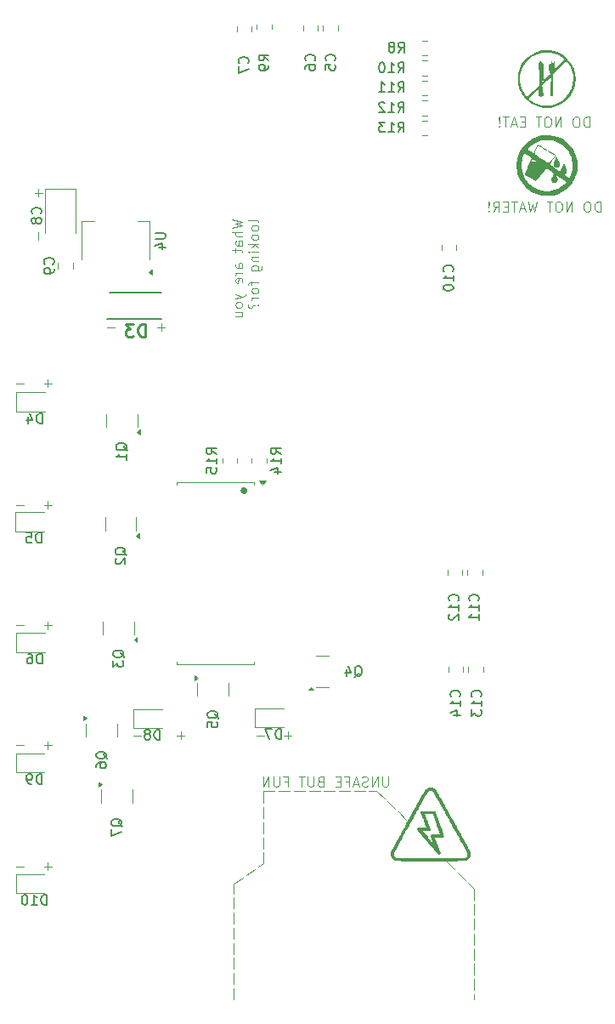
<source format=gbr>
%TF.GenerationSoftware,KiCad,Pcbnew,9.0.0*%
%TF.CreationDate,2025-03-11T10:11:04+01:00*%
%TF.ProjectId,PCB_Watersysteem,5043425f-5761-4746-9572-737973746565,rev?*%
%TF.SameCoordinates,Original*%
%TF.FileFunction,Legend,Bot*%
%TF.FilePolarity,Positive*%
%FSLAX46Y46*%
G04 Gerber Fmt 4.6, Leading zero omitted, Abs format (unit mm)*
G04 Created by KiCad (PCBNEW 9.0.0) date 2025-03-11 10:11:04*
%MOMM*%
%LPD*%
G01*
G04 APERTURE LIST*
%ADD10C,0.100000*%
%ADD11C,0.366228*%
%ADD12C,0.125000*%
%ADD13C,0.150000*%
%ADD14C,0.254000*%
%ADD15C,0.000000*%
%ADD16C,0.120000*%
%ADD17C,0.200000*%
G04 APERTURE END LIST*
D10*
X102159715Y-127856739D02*
X102159715Y-128666262D01*
X102159715Y-128666262D02*
X102112096Y-128761500D01*
X102112096Y-128761500D02*
X102064477Y-128809120D01*
X102064477Y-128809120D02*
X101969239Y-128856739D01*
X101969239Y-128856739D02*
X101778763Y-128856739D01*
X101778763Y-128856739D02*
X101683525Y-128809120D01*
X101683525Y-128809120D02*
X101635906Y-128761500D01*
X101635906Y-128761500D02*
X101588287Y-128666262D01*
X101588287Y-128666262D02*
X101588287Y-127856739D01*
X101112096Y-128856739D02*
X101112096Y-127856739D01*
X101112096Y-127856739D02*
X100540668Y-128856739D01*
X100540668Y-128856739D02*
X100540668Y-127856739D01*
X100112096Y-128809120D02*
X99969239Y-128856739D01*
X99969239Y-128856739D02*
X99731144Y-128856739D01*
X99731144Y-128856739D02*
X99635906Y-128809120D01*
X99635906Y-128809120D02*
X99588287Y-128761500D01*
X99588287Y-128761500D02*
X99540668Y-128666262D01*
X99540668Y-128666262D02*
X99540668Y-128571024D01*
X99540668Y-128571024D02*
X99588287Y-128475786D01*
X99588287Y-128475786D02*
X99635906Y-128428167D01*
X99635906Y-128428167D02*
X99731144Y-128380548D01*
X99731144Y-128380548D02*
X99921620Y-128332929D01*
X99921620Y-128332929D02*
X100016858Y-128285310D01*
X100016858Y-128285310D02*
X100064477Y-128237691D01*
X100064477Y-128237691D02*
X100112096Y-128142453D01*
X100112096Y-128142453D02*
X100112096Y-128047215D01*
X100112096Y-128047215D02*
X100064477Y-127951977D01*
X100064477Y-127951977D02*
X100016858Y-127904358D01*
X100016858Y-127904358D02*
X99921620Y-127856739D01*
X99921620Y-127856739D02*
X99683525Y-127856739D01*
X99683525Y-127856739D02*
X99540668Y-127904358D01*
X99159715Y-128571024D02*
X98683525Y-128571024D01*
X99254953Y-128856739D02*
X98921620Y-127856739D01*
X98921620Y-127856739D02*
X98588287Y-128856739D01*
X97921620Y-128332929D02*
X98254953Y-128332929D01*
X98254953Y-128856739D02*
X98254953Y-127856739D01*
X98254953Y-127856739D02*
X97778763Y-127856739D01*
X97397810Y-128332929D02*
X97064477Y-128332929D01*
X96921620Y-128856739D02*
X97397810Y-128856739D01*
X97397810Y-128856739D02*
X97397810Y-127856739D01*
X97397810Y-127856739D02*
X96921620Y-127856739D01*
X95397810Y-128332929D02*
X95254953Y-128380548D01*
X95254953Y-128380548D02*
X95207334Y-128428167D01*
X95207334Y-128428167D02*
X95159715Y-128523405D01*
X95159715Y-128523405D02*
X95159715Y-128666262D01*
X95159715Y-128666262D02*
X95207334Y-128761500D01*
X95207334Y-128761500D02*
X95254953Y-128809120D01*
X95254953Y-128809120D02*
X95350191Y-128856739D01*
X95350191Y-128856739D02*
X95731143Y-128856739D01*
X95731143Y-128856739D02*
X95731143Y-127856739D01*
X95731143Y-127856739D02*
X95397810Y-127856739D01*
X95397810Y-127856739D02*
X95302572Y-127904358D01*
X95302572Y-127904358D02*
X95254953Y-127951977D01*
X95254953Y-127951977D02*
X95207334Y-128047215D01*
X95207334Y-128047215D02*
X95207334Y-128142453D01*
X95207334Y-128142453D02*
X95254953Y-128237691D01*
X95254953Y-128237691D02*
X95302572Y-128285310D01*
X95302572Y-128285310D02*
X95397810Y-128332929D01*
X95397810Y-128332929D02*
X95731143Y-128332929D01*
X94731143Y-127856739D02*
X94731143Y-128666262D01*
X94731143Y-128666262D02*
X94683524Y-128761500D01*
X94683524Y-128761500D02*
X94635905Y-128809120D01*
X94635905Y-128809120D02*
X94540667Y-128856739D01*
X94540667Y-128856739D02*
X94350191Y-128856739D01*
X94350191Y-128856739D02*
X94254953Y-128809120D01*
X94254953Y-128809120D02*
X94207334Y-128761500D01*
X94207334Y-128761500D02*
X94159715Y-128666262D01*
X94159715Y-128666262D02*
X94159715Y-127856739D01*
X93826381Y-127856739D02*
X93254953Y-127856739D01*
X93540667Y-128856739D02*
X93540667Y-127856739D01*
X91826381Y-128332929D02*
X92159714Y-128332929D01*
X92159714Y-128856739D02*
X92159714Y-127856739D01*
X92159714Y-127856739D02*
X91683524Y-127856739D01*
X91302571Y-127856739D02*
X91302571Y-128666262D01*
X91302571Y-128666262D02*
X91254952Y-128761500D01*
X91254952Y-128761500D02*
X91207333Y-128809120D01*
X91207333Y-128809120D02*
X91112095Y-128856739D01*
X91112095Y-128856739D02*
X90921619Y-128856739D01*
X90921619Y-128856739D02*
X90826381Y-128809120D01*
X90826381Y-128809120D02*
X90778762Y-128761500D01*
X90778762Y-128761500D02*
X90731143Y-128666262D01*
X90731143Y-128666262D02*
X90731143Y-127856739D01*
X90254952Y-128856739D02*
X90254952Y-127856739D01*
X90254952Y-127856739D02*
X89683524Y-128856739D01*
X89683524Y-128856739D02*
X89683524Y-127856739D01*
X123292515Y-71602019D02*
X123292515Y-70602019D01*
X123292515Y-70602019D02*
X123054420Y-70602019D01*
X123054420Y-70602019D02*
X122911563Y-70649638D01*
X122911563Y-70649638D02*
X122816325Y-70744876D01*
X122816325Y-70744876D02*
X122768706Y-70840114D01*
X122768706Y-70840114D02*
X122721087Y-71030590D01*
X122721087Y-71030590D02*
X122721087Y-71173447D01*
X122721087Y-71173447D02*
X122768706Y-71363923D01*
X122768706Y-71363923D02*
X122816325Y-71459161D01*
X122816325Y-71459161D02*
X122911563Y-71554400D01*
X122911563Y-71554400D02*
X123054420Y-71602019D01*
X123054420Y-71602019D02*
X123292515Y-71602019D01*
X122102039Y-70602019D02*
X121911563Y-70602019D01*
X121911563Y-70602019D02*
X121816325Y-70649638D01*
X121816325Y-70649638D02*
X121721087Y-70744876D01*
X121721087Y-70744876D02*
X121673468Y-70935352D01*
X121673468Y-70935352D02*
X121673468Y-71268685D01*
X121673468Y-71268685D02*
X121721087Y-71459161D01*
X121721087Y-71459161D02*
X121816325Y-71554400D01*
X121816325Y-71554400D02*
X121911563Y-71602019D01*
X121911563Y-71602019D02*
X122102039Y-71602019D01*
X122102039Y-71602019D02*
X122197277Y-71554400D01*
X122197277Y-71554400D02*
X122292515Y-71459161D01*
X122292515Y-71459161D02*
X122340134Y-71268685D01*
X122340134Y-71268685D02*
X122340134Y-70935352D01*
X122340134Y-70935352D02*
X122292515Y-70744876D01*
X122292515Y-70744876D02*
X122197277Y-70649638D01*
X122197277Y-70649638D02*
X122102039Y-70602019D01*
X120482991Y-71602019D02*
X120482991Y-70602019D01*
X120482991Y-70602019D02*
X119911563Y-71602019D01*
X119911563Y-71602019D02*
X119911563Y-70602019D01*
X119244896Y-70602019D02*
X119054420Y-70602019D01*
X119054420Y-70602019D02*
X118959182Y-70649638D01*
X118959182Y-70649638D02*
X118863944Y-70744876D01*
X118863944Y-70744876D02*
X118816325Y-70935352D01*
X118816325Y-70935352D02*
X118816325Y-71268685D01*
X118816325Y-71268685D02*
X118863944Y-71459161D01*
X118863944Y-71459161D02*
X118959182Y-71554400D01*
X118959182Y-71554400D02*
X119054420Y-71602019D01*
X119054420Y-71602019D02*
X119244896Y-71602019D01*
X119244896Y-71602019D02*
X119340134Y-71554400D01*
X119340134Y-71554400D02*
X119435372Y-71459161D01*
X119435372Y-71459161D02*
X119482991Y-71268685D01*
X119482991Y-71268685D02*
X119482991Y-70935352D01*
X119482991Y-70935352D02*
X119435372Y-70744876D01*
X119435372Y-70744876D02*
X119340134Y-70649638D01*
X119340134Y-70649638D02*
X119244896Y-70602019D01*
X118530610Y-70602019D02*
X117959182Y-70602019D01*
X118244896Y-71602019D02*
X118244896Y-70602019D01*
X116959181Y-70602019D02*
X116721086Y-71602019D01*
X116721086Y-71602019D02*
X116530610Y-70887733D01*
X116530610Y-70887733D02*
X116340134Y-71602019D01*
X116340134Y-71602019D02*
X116102039Y-70602019D01*
X115768705Y-71316304D02*
X115292515Y-71316304D01*
X115863943Y-71602019D02*
X115530610Y-70602019D01*
X115530610Y-70602019D02*
X115197277Y-71602019D01*
X115006800Y-70602019D02*
X114435372Y-70602019D01*
X114721086Y-71602019D02*
X114721086Y-70602019D01*
X114102038Y-71078209D02*
X113768705Y-71078209D01*
X113625848Y-71602019D02*
X114102038Y-71602019D01*
X114102038Y-71602019D02*
X114102038Y-70602019D01*
X114102038Y-70602019D02*
X113625848Y-70602019D01*
X112625848Y-71602019D02*
X112959181Y-71125828D01*
X113197276Y-71602019D02*
X113197276Y-70602019D01*
X113197276Y-70602019D02*
X112816324Y-70602019D01*
X112816324Y-70602019D02*
X112721086Y-70649638D01*
X112721086Y-70649638D02*
X112673467Y-70697257D01*
X112673467Y-70697257D02*
X112625848Y-70792495D01*
X112625848Y-70792495D02*
X112625848Y-70935352D01*
X112625848Y-70935352D02*
X112673467Y-71030590D01*
X112673467Y-71030590D02*
X112721086Y-71078209D01*
X112721086Y-71078209D02*
X112816324Y-71125828D01*
X112816324Y-71125828D02*
X113197276Y-71125828D01*
X112197276Y-71506780D02*
X112149657Y-71554400D01*
X112149657Y-71554400D02*
X112197276Y-71602019D01*
X112197276Y-71602019D02*
X112244895Y-71554400D01*
X112244895Y-71554400D02*
X112197276Y-71506780D01*
X112197276Y-71506780D02*
X112197276Y-71602019D01*
X112197276Y-71221066D02*
X112244895Y-70649638D01*
X112244895Y-70649638D02*
X112197276Y-70602019D01*
X112197276Y-70602019D02*
X112149657Y-70649638D01*
X112149657Y-70649638D02*
X112197276Y-71221066D01*
X112197276Y-71221066D02*
X112197276Y-70602019D01*
X89750000Y-136500000D02*
X89750000Y-135400000D01*
X89750000Y-135000000D02*
X89750000Y-133900000D01*
X89750000Y-133500000D02*
X89750000Y-132400000D01*
X89750000Y-132000000D02*
X89750000Y-130900000D01*
X89750000Y-130500000D02*
X89750000Y-129400000D01*
X86750000Y-138500000D02*
X87665255Y-137889830D01*
X87998075Y-137667950D02*
X88913331Y-137057779D01*
X89246151Y-136835899D02*
X89749999Y-136500000D01*
X110750000Y-139000000D02*
X110750000Y-140100000D01*
X110750000Y-140500000D02*
X110750000Y-141600000D01*
X110750000Y-142000000D02*
X110750000Y-143100000D01*
X110750000Y-143500000D02*
X110750000Y-144600000D01*
X110750000Y-145000000D02*
X110750000Y-146100000D01*
X110750000Y-146500000D02*
X110750000Y-147600000D01*
X110750000Y-148000000D02*
X110750000Y-149100000D01*
X110750000Y-149500000D02*
X110750000Y-150000000D01*
X86750000Y-150000000D02*
X86750000Y-148900000D01*
X86750000Y-148500000D02*
X86750000Y-147400000D01*
X86750000Y-147000000D02*
X86750000Y-145900000D01*
X86750000Y-145500000D02*
X86750000Y-144400000D01*
X86750000Y-144000000D02*
X86750000Y-142900000D01*
X86750000Y-142500000D02*
X86750000Y-141400000D01*
X86750000Y-141000000D02*
X86750000Y-139900000D01*
X86750000Y-139500000D02*
X86750000Y-138500000D01*
X101000000Y-129250000D02*
X101784326Y-130021254D01*
X102069536Y-130301710D02*
X102853862Y-131072964D01*
X103139071Y-131353420D02*
X103923397Y-132124674D01*
D11*
X87983114Y-99383772D02*
G75*
G02*
X87616886Y-99383772I-183114J0D01*
G01*
X87616886Y-99383772D02*
G75*
G02*
X87983114Y-99383772I183114J0D01*
G01*
D10*
X108000800Y-136321800D02*
X108788725Y-137089377D01*
X109075244Y-137368495D02*
X109863169Y-138136072D01*
X110149687Y-138415191D02*
X110749999Y-139000000D01*
X89750000Y-129250000D02*
X90850000Y-129250000D01*
X91250000Y-129250000D02*
X92350000Y-129250000D01*
X92750000Y-129250000D02*
X93850000Y-129250000D01*
X94250000Y-129250000D02*
X95350000Y-129250000D01*
X95750000Y-129250000D02*
X96850000Y-129250000D01*
X97250000Y-129250000D02*
X98350000Y-129250000D01*
X98750000Y-129250000D02*
X99850000Y-129250000D01*
X100250000Y-129250000D02*
X101000000Y-129250000D01*
X65103884Y-112808533D02*
X65865789Y-112808533D01*
X67865789Y-112808533D02*
X68627694Y-112808533D01*
X68246741Y-112427580D02*
X68246741Y-113189485D01*
X65103884Y-136808533D02*
X65865789Y-136808533D01*
X67865789Y-136808533D02*
X68627694Y-136808533D01*
X68246741Y-136427580D02*
X68246741Y-137189485D01*
X122196115Y-63172419D02*
X122196115Y-62172419D01*
X122196115Y-62172419D02*
X121958020Y-62172419D01*
X121958020Y-62172419D02*
X121815163Y-62220038D01*
X121815163Y-62220038D02*
X121719925Y-62315276D01*
X121719925Y-62315276D02*
X121672306Y-62410514D01*
X121672306Y-62410514D02*
X121624687Y-62600990D01*
X121624687Y-62600990D02*
X121624687Y-62743847D01*
X121624687Y-62743847D02*
X121672306Y-62934323D01*
X121672306Y-62934323D02*
X121719925Y-63029561D01*
X121719925Y-63029561D02*
X121815163Y-63124800D01*
X121815163Y-63124800D02*
X121958020Y-63172419D01*
X121958020Y-63172419D02*
X122196115Y-63172419D01*
X121005639Y-62172419D02*
X120815163Y-62172419D01*
X120815163Y-62172419D02*
X120719925Y-62220038D01*
X120719925Y-62220038D02*
X120624687Y-62315276D01*
X120624687Y-62315276D02*
X120577068Y-62505752D01*
X120577068Y-62505752D02*
X120577068Y-62839085D01*
X120577068Y-62839085D02*
X120624687Y-63029561D01*
X120624687Y-63029561D02*
X120719925Y-63124800D01*
X120719925Y-63124800D02*
X120815163Y-63172419D01*
X120815163Y-63172419D02*
X121005639Y-63172419D01*
X121005639Y-63172419D02*
X121100877Y-63124800D01*
X121100877Y-63124800D02*
X121196115Y-63029561D01*
X121196115Y-63029561D02*
X121243734Y-62839085D01*
X121243734Y-62839085D02*
X121243734Y-62505752D01*
X121243734Y-62505752D02*
X121196115Y-62315276D01*
X121196115Y-62315276D02*
X121100877Y-62220038D01*
X121100877Y-62220038D02*
X121005639Y-62172419D01*
X119386591Y-63172419D02*
X119386591Y-62172419D01*
X119386591Y-62172419D02*
X118815163Y-63172419D01*
X118815163Y-63172419D02*
X118815163Y-62172419D01*
X118148496Y-62172419D02*
X117958020Y-62172419D01*
X117958020Y-62172419D02*
X117862782Y-62220038D01*
X117862782Y-62220038D02*
X117767544Y-62315276D01*
X117767544Y-62315276D02*
X117719925Y-62505752D01*
X117719925Y-62505752D02*
X117719925Y-62839085D01*
X117719925Y-62839085D02*
X117767544Y-63029561D01*
X117767544Y-63029561D02*
X117862782Y-63124800D01*
X117862782Y-63124800D02*
X117958020Y-63172419D01*
X117958020Y-63172419D02*
X118148496Y-63172419D01*
X118148496Y-63172419D02*
X118243734Y-63124800D01*
X118243734Y-63124800D02*
X118338972Y-63029561D01*
X118338972Y-63029561D02*
X118386591Y-62839085D01*
X118386591Y-62839085D02*
X118386591Y-62505752D01*
X118386591Y-62505752D02*
X118338972Y-62315276D01*
X118338972Y-62315276D02*
X118243734Y-62220038D01*
X118243734Y-62220038D02*
X118148496Y-62172419D01*
X117434210Y-62172419D02*
X116862782Y-62172419D01*
X117148496Y-63172419D02*
X117148496Y-62172419D01*
X115767543Y-62648609D02*
X115434210Y-62648609D01*
X115291353Y-63172419D02*
X115767543Y-63172419D01*
X115767543Y-63172419D02*
X115767543Y-62172419D01*
X115767543Y-62172419D02*
X115291353Y-62172419D01*
X114910400Y-62886704D02*
X114434210Y-62886704D01*
X115005638Y-63172419D02*
X114672305Y-62172419D01*
X114672305Y-62172419D02*
X114338972Y-63172419D01*
X114148495Y-62172419D02*
X113577067Y-62172419D01*
X113862781Y-63172419D02*
X113862781Y-62172419D01*
X113243733Y-63077180D02*
X113196114Y-63124800D01*
X113196114Y-63124800D02*
X113243733Y-63172419D01*
X113243733Y-63172419D02*
X113291352Y-63124800D01*
X113291352Y-63124800D02*
X113243733Y-63077180D01*
X113243733Y-63077180D02*
X113243733Y-63172419D01*
X113243733Y-62791466D02*
X113291352Y-62220038D01*
X113291352Y-62220038D02*
X113243733Y-62172419D01*
X113243733Y-62172419D02*
X113196114Y-62220038D01*
X113196114Y-62220038D02*
X113243733Y-62791466D01*
X113243733Y-62791466D02*
X113243733Y-62172419D01*
X65103884Y-100808533D02*
X65865789Y-100808533D01*
X67865789Y-100808533D02*
X68627694Y-100808533D01*
X68246741Y-100427580D02*
X68246741Y-101189485D01*
X76803884Y-123758533D02*
X77565789Y-123758533D01*
X81089599Y-123758533D02*
X81851504Y-123758533D01*
X81470551Y-123377580D02*
X81470551Y-124139485D01*
X67308533Y-74396115D02*
X67308533Y-73634211D01*
X67308533Y-70110400D02*
X67308533Y-69348496D01*
X66927580Y-69729448D02*
X67689485Y-69729448D01*
X86619675Y-72395446D02*
X87619675Y-72633541D01*
X87619675Y-72633541D02*
X86905389Y-72824017D01*
X86905389Y-72824017D02*
X87619675Y-73014493D01*
X87619675Y-73014493D02*
X86619675Y-73252589D01*
X87619675Y-73633541D02*
X86619675Y-73633541D01*
X87619675Y-74062112D02*
X87095865Y-74062112D01*
X87095865Y-74062112D02*
X87000627Y-74014493D01*
X87000627Y-74014493D02*
X86953008Y-73919255D01*
X86953008Y-73919255D02*
X86953008Y-73776398D01*
X86953008Y-73776398D02*
X87000627Y-73681160D01*
X87000627Y-73681160D02*
X87048246Y-73633541D01*
X87619675Y-74966874D02*
X87095865Y-74966874D01*
X87095865Y-74966874D02*
X87000627Y-74919255D01*
X87000627Y-74919255D02*
X86953008Y-74824017D01*
X86953008Y-74824017D02*
X86953008Y-74633541D01*
X86953008Y-74633541D02*
X87000627Y-74538303D01*
X87572056Y-74966874D02*
X87619675Y-74871636D01*
X87619675Y-74871636D02*
X87619675Y-74633541D01*
X87619675Y-74633541D02*
X87572056Y-74538303D01*
X87572056Y-74538303D02*
X87476817Y-74490684D01*
X87476817Y-74490684D02*
X87381579Y-74490684D01*
X87381579Y-74490684D02*
X87286341Y-74538303D01*
X87286341Y-74538303D02*
X87238722Y-74633541D01*
X87238722Y-74633541D02*
X87238722Y-74871636D01*
X87238722Y-74871636D02*
X87191103Y-74966874D01*
X86953008Y-75300208D02*
X86953008Y-75681160D01*
X86619675Y-75443065D02*
X87476817Y-75443065D01*
X87476817Y-75443065D02*
X87572056Y-75490684D01*
X87572056Y-75490684D02*
X87619675Y-75585922D01*
X87619675Y-75585922D02*
X87619675Y-75681160D01*
X87619675Y-77204970D02*
X87095865Y-77204970D01*
X87095865Y-77204970D02*
X87000627Y-77157351D01*
X87000627Y-77157351D02*
X86953008Y-77062113D01*
X86953008Y-77062113D02*
X86953008Y-76871637D01*
X86953008Y-76871637D02*
X87000627Y-76776399D01*
X87572056Y-77204970D02*
X87619675Y-77109732D01*
X87619675Y-77109732D02*
X87619675Y-76871637D01*
X87619675Y-76871637D02*
X87572056Y-76776399D01*
X87572056Y-76776399D02*
X87476817Y-76728780D01*
X87476817Y-76728780D02*
X87381579Y-76728780D01*
X87381579Y-76728780D02*
X87286341Y-76776399D01*
X87286341Y-76776399D02*
X87238722Y-76871637D01*
X87238722Y-76871637D02*
X87238722Y-77109732D01*
X87238722Y-77109732D02*
X87191103Y-77204970D01*
X87619675Y-77681161D02*
X86953008Y-77681161D01*
X87143484Y-77681161D02*
X87048246Y-77728780D01*
X87048246Y-77728780D02*
X87000627Y-77776399D01*
X87000627Y-77776399D02*
X86953008Y-77871637D01*
X86953008Y-77871637D02*
X86953008Y-77966875D01*
X87572056Y-78681161D02*
X87619675Y-78585923D01*
X87619675Y-78585923D02*
X87619675Y-78395447D01*
X87619675Y-78395447D02*
X87572056Y-78300209D01*
X87572056Y-78300209D02*
X87476817Y-78252590D01*
X87476817Y-78252590D02*
X87095865Y-78252590D01*
X87095865Y-78252590D02*
X87000627Y-78300209D01*
X87000627Y-78300209D02*
X86953008Y-78395447D01*
X86953008Y-78395447D02*
X86953008Y-78585923D01*
X86953008Y-78585923D02*
X87000627Y-78681161D01*
X87000627Y-78681161D02*
X87095865Y-78728780D01*
X87095865Y-78728780D02*
X87191103Y-78728780D01*
X87191103Y-78728780D02*
X87286341Y-78252590D01*
X86953008Y-79824019D02*
X87619675Y-80062114D01*
X86953008Y-80300209D02*
X87619675Y-80062114D01*
X87619675Y-80062114D02*
X87857770Y-79966876D01*
X87857770Y-79966876D02*
X87905389Y-79919257D01*
X87905389Y-79919257D02*
X87953008Y-79824019D01*
X87619675Y-80824019D02*
X87572056Y-80728781D01*
X87572056Y-80728781D02*
X87524436Y-80681162D01*
X87524436Y-80681162D02*
X87429198Y-80633543D01*
X87429198Y-80633543D02*
X87143484Y-80633543D01*
X87143484Y-80633543D02*
X87048246Y-80681162D01*
X87048246Y-80681162D02*
X87000627Y-80728781D01*
X87000627Y-80728781D02*
X86953008Y-80824019D01*
X86953008Y-80824019D02*
X86953008Y-80966876D01*
X86953008Y-80966876D02*
X87000627Y-81062114D01*
X87000627Y-81062114D02*
X87048246Y-81109733D01*
X87048246Y-81109733D02*
X87143484Y-81157352D01*
X87143484Y-81157352D02*
X87429198Y-81157352D01*
X87429198Y-81157352D02*
X87524436Y-81109733D01*
X87524436Y-81109733D02*
X87572056Y-81062114D01*
X87572056Y-81062114D02*
X87619675Y-80966876D01*
X87619675Y-80966876D02*
X87619675Y-80824019D01*
X86953008Y-82014495D02*
X87619675Y-82014495D01*
X86953008Y-81585924D02*
X87476817Y-81585924D01*
X87476817Y-81585924D02*
X87572056Y-81633543D01*
X87572056Y-81633543D02*
X87619675Y-81728781D01*
X87619675Y-81728781D02*
X87619675Y-81871638D01*
X87619675Y-81871638D02*
X87572056Y-81966876D01*
X87572056Y-81966876D02*
X87524436Y-82014495D01*
X89229619Y-72633541D02*
X89182000Y-72538303D01*
X89182000Y-72538303D02*
X89086761Y-72490684D01*
X89086761Y-72490684D02*
X88229619Y-72490684D01*
X89229619Y-73157351D02*
X89182000Y-73062113D01*
X89182000Y-73062113D02*
X89134380Y-73014494D01*
X89134380Y-73014494D02*
X89039142Y-72966875D01*
X89039142Y-72966875D02*
X88753428Y-72966875D01*
X88753428Y-72966875D02*
X88658190Y-73014494D01*
X88658190Y-73014494D02*
X88610571Y-73062113D01*
X88610571Y-73062113D02*
X88562952Y-73157351D01*
X88562952Y-73157351D02*
X88562952Y-73300208D01*
X88562952Y-73300208D02*
X88610571Y-73395446D01*
X88610571Y-73395446D02*
X88658190Y-73443065D01*
X88658190Y-73443065D02*
X88753428Y-73490684D01*
X88753428Y-73490684D02*
X89039142Y-73490684D01*
X89039142Y-73490684D02*
X89134380Y-73443065D01*
X89134380Y-73443065D02*
X89182000Y-73395446D01*
X89182000Y-73395446D02*
X89229619Y-73300208D01*
X89229619Y-73300208D02*
X89229619Y-73157351D01*
X89229619Y-74062113D02*
X89182000Y-73966875D01*
X89182000Y-73966875D02*
X89134380Y-73919256D01*
X89134380Y-73919256D02*
X89039142Y-73871637D01*
X89039142Y-73871637D02*
X88753428Y-73871637D01*
X88753428Y-73871637D02*
X88658190Y-73919256D01*
X88658190Y-73919256D02*
X88610571Y-73966875D01*
X88610571Y-73966875D02*
X88562952Y-74062113D01*
X88562952Y-74062113D02*
X88562952Y-74204970D01*
X88562952Y-74204970D02*
X88610571Y-74300208D01*
X88610571Y-74300208D02*
X88658190Y-74347827D01*
X88658190Y-74347827D02*
X88753428Y-74395446D01*
X88753428Y-74395446D02*
X89039142Y-74395446D01*
X89039142Y-74395446D02*
X89134380Y-74347827D01*
X89134380Y-74347827D02*
X89182000Y-74300208D01*
X89182000Y-74300208D02*
X89229619Y-74204970D01*
X89229619Y-74204970D02*
X89229619Y-74062113D01*
X89229619Y-74824018D02*
X88229619Y-74824018D01*
X88848666Y-74919256D02*
X89229619Y-75204970D01*
X88562952Y-75204970D02*
X88943904Y-74824018D01*
X89229619Y-75633542D02*
X88562952Y-75633542D01*
X88229619Y-75633542D02*
X88277238Y-75585923D01*
X88277238Y-75585923D02*
X88324857Y-75633542D01*
X88324857Y-75633542D02*
X88277238Y-75681161D01*
X88277238Y-75681161D02*
X88229619Y-75633542D01*
X88229619Y-75633542D02*
X88324857Y-75633542D01*
X88562952Y-76109732D02*
X89229619Y-76109732D01*
X88658190Y-76109732D02*
X88610571Y-76157351D01*
X88610571Y-76157351D02*
X88562952Y-76252589D01*
X88562952Y-76252589D02*
X88562952Y-76395446D01*
X88562952Y-76395446D02*
X88610571Y-76490684D01*
X88610571Y-76490684D02*
X88705809Y-76538303D01*
X88705809Y-76538303D02*
X89229619Y-76538303D01*
X88562952Y-77443065D02*
X89372476Y-77443065D01*
X89372476Y-77443065D02*
X89467714Y-77395446D01*
X89467714Y-77395446D02*
X89515333Y-77347827D01*
X89515333Y-77347827D02*
X89562952Y-77252589D01*
X89562952Y-77252589D02*
X89562952Y-77109732D01*
X89562952Y-77109732D02*
X89515333Y-77014494D01*
X89182000Y-77443065D02*
X89229619Y-77347827D01*
X89229619Y-77347827D02*
X89229619Y-77157351D01*
X89229619Y-77157351D02*
X89182000Y-77062113D01*
X89182000Y-77062113D02*
X89134380Y-77014494D01*
X89134380Y-77014494D02*
X89039142Y-76966875D01*
X89039142Y-76966875D02*
X88753428Y-76966875D01*
X88753428Y-76966875D02*
X88658190Y-77014494D01*
X88658190Y-77014494D02*
X88610571Y-77062113D01*
X88610571Y-77062113D02*
X88562952Y-77157351D01*
X88562952Y-77157351D02*
X88562952Y-77347827D01*
X88562952Y-77347827D02*
X88610571Y-77443065D01*
X88562952Y-78538304D02*
X88562952Y-78919256D01*
X89229619Y-78681161D02*
X88372476Y-78681161D01*
X88372476Y-78681161D02*
X88277238Y-78728780D01*
X88277238Y-78728780D02*
X88229619Y-78824018D01*
X88229619Y-78824018D02*
X88229619Y-78919256D01*
X89229619Y-79395447D02*
X89182000Y-79300209D01*
X89182000Y-79300209D02*
X89134380Y-79252590D01*
X89134380Y-79252590D02*
X89039142Y-79204971D01*
X89039142Y-79204971D02*
X88753428Y-79204971D01*
X88753428Y-79204971D02*
X88658190Y-79252590D01*
X88658190Y-79252590D02*
X88610571Y-79300209D01*
X88610571Y-79300209D02*
X88562952Y-79395447D01*
X88562952Y-79395447D02*
X88562952Y-79538304D01*
X88562952Y-79538304D02*
X88610571Y-79633542D01*
X88610571Y-79633542D02*
X88658190Y-79681161D01*
X88658190Y-79681161D02*
X88753428Y-79728780D01*
X88753428Y-79728780D02*
X89039142Y-79728780D01*
X89039142Y-79728780D02*
X89134380Y-79681161D01*
X89134380Y-79681161D02*
X89182000Y-79633542D01*
X89182000Y-79633542D02*
X89229619Y-79538304D01*
X89229619Y-79538304D02*
X89229619Y-79395447D01*
X89229619Y-80157352D02*
X88562952Y-80157352D01*
X88753428Y-80157352D02*
X88658190Y-80204971D01*
X88658190Y-80204971D02*
X88610571Y-80252590D01*
X88610571Y-80252590D02*
X88562952Y-80347828D01*
X88562952Y-80347828D02*
X88562952Y-80443066D01*
X89134380Y-80919257D02*
X89182000Y-80966876D01*
X89182000Y-80966876D02*
X89229619Y-80919257D01*
X89229619Y-80919257D02*
X89182000Y-80871638D01*
X89182000Y-80871638D02*
X89134380Y-80919257D01*
X89134380Y-80919257D02*
X89229619Y-80919257D01*
X88277238Y-80728781D02*
X88229619Y-80824019D01*
X88229619Y-80824019D02*
X88229619Y-81062114D01*
X88229619Y-81062114D02*
X88277238Y-81157352D01*
X88277238Y-81157352D02*
X88372476Y-81204971D01*
X88372476Y-81204971D02*
X88467714Y-81204971D01*
X88467714Y-81204971D02*
X88562952Y-81157352D01*
X88562952Y-81157352D02*
X88610571Y-81109733D01*
X88610571Y-81109733D02*
X88658190Y-81014495D01*
X88658190Y-81014495D02*
X88705809Y-80966876D01*
X88705809Y-80966876D02*
X88801047Y-80919257D01*
X88801047Y-80919257D02*
X88848666Y-80919257D01*
D12*
X89017131Y-123750633D02*
X89779036Y-123750633D01*
X91779036Y-123750633D02*
X92540941Y-123750633D01*
X92159988Y-123369680D02*
X92159988Y-124131585D01*
D10*
X65099284Y-88722733D02*
X65861189Y-88722733D01*
X67861189Y-88722733D02*
X68623094Y-88722733D01*
X68242141Y-88341780D02*
X68242141Y-89103685D01*
X65103884Y-124708533D02*
X65865789Y-124708533D01*
X67865789Y-124708533D02*
X68627694Y-124708533D01*
X68246741Y-124327580D02*
X68246741Y-125089485D01*
X74103884Y-83108533D02*
X74865789Y-83108533D01*
X79151504Y-83108533D02*
X79913409Y-83108533D01*
X79532456Y-82727580D02*
X79532456Y-83489485D01*
D13*
X68126885Y-140611019D02*
X68126885Y-139611019D01*
X68126885Y-139611019D02*
X67888790Y-139611019D01*
X67888790Y-139611019D02*
X67745933Y-139658638D01*
X67745933Y-139658638D02*
X67650695Y-139753876D01*
X67650695Y-139753876D02*
X67603076Y-139849114D01*
X67603076Y-139849114D02*
X67555457Y-140039590D01*
X67555457Y-140039590D02*
X67555457Y-140182447D01*
X67555457Y-140182447D02*
X67603076Y-140372923D01*
X67603076Y-140372923D02*
X67650695Y-140468161D01*
X67650695Y-140468161D02*
X67745933Y-140563400D01*
X67745933Y-140563400D02*
X67888790Y-140611019D01*
X67888790Y-140611019D02*
X68126885Y-140611019D01*
X66603076Y-140611019D02*
X67174504Y-140611019D01*
X66888790Y-140611019D02*
X66888790Y-139611019D01*
X66888790Y-139611019D02*
X66984028Y-139753876D01*
X66984028Y-139753876D02*
X67079266Y-139849114D01*
X67079266Y-139849114D02*
X67174504Y-139896733D01*
X65984028Y-139611019D02*
X65888790Y-139611019D01*
X65888790Y-139611019D02*
X65793552Y-139658638D01*
X65793552Y-139658638D02*
X65745933Y-139706257D01*
X65745933Y-139706257D02*
X65698314Y-139801495D01*
X65698314Y-139801495D02*
X65650695Y-139991971D01*
X65650695Y-139991971D02*
X65650695Y-140230066D01*
X65650695Y-140230066D02*
X65698314Y-140420542D01*
X65698314Y-140420542D02*
X65745933Y-140515780D01*
X65745933Y-140515780D02*
X65793552Y-140563400D01*
X65793552Y-140563400D02*
X65888790Y-140611019D01*
X65888790Y-140611019D02*
X65984028Y-140611019D01*
X65984028Y-140611019D02*
X66079266Y-140563400D01*
X66079266Y-140563400D02*
X66126885Y-140515780D01*
X66126885Y-140515780D02*
X66174504Y-140420542D01*
X66174504Y-140420542D02*
X66222123Y-140230066D01*
X66222123Y-140230066D02*
X66222123Y-139991971D01*
X66222123Y-139991971D02*
X66174504Y-139801495D01*
X66174504Y-139801495D02*
X66126885Y-139706257D01*
X66126885Y-139706257D02*
X66079266Y-139658638D01*
X66079266Y-139658638D02*
X65984028Y-139611019D01*
X67641694Y-128596819D02*
X67641694Y-127596819D01*
X67641694Y-127596819D02*
X67403599Y-127596819D01*
X67403599Y-127596819D02*
X67260742Y-127644438D01*
X67260742Y-127644438D02*
X67165504Y-127739676D01*
X67165504Y-127739676D02*
X67117885Y-127834914D01*
X67117885Y-127834914D02*
X67070266Y-128025390D01*
X67070266Y-128025390D02*
X67070266Y-128168247D01*
X67070266Y-128168247D02*
X67117885Y-128358723D01*
X67117885Y-128358723D02*
X67165504Y-128453961D01*
X67165504Y-128453961D02*
X67260742Y-128549200D01*
X67260742Y-128549200D02*
X67403599Y-128596819D01*
X67403599Y-128596819D02*
X67641694Y-128596819D01*
X66594075Y-128596819D02*
X66403599Y-128596819D01*
X66403599Y-128596819D02*
X66308361Y-128549200D01*
X66308361Y-128549200D02*
X66260742Y-128501580D01*
X66260742Y-128501580D02*
X66165504Y-128358723D01*
X66165504Y-128358723D02*
X66117885Y-128168247D01*
X66117885Y-128168247D02*
X66117885Y-127787295D01*
X66117885Y-127787295D02*
X66165504Y-127692057D01*
X66165504Y-127692057D02*
X66213123Y-127644438D01*
X66213123Y-127644438D02*
X66308361Y-127596819D01*
X66308361Y-127596819D02*
X66498837Y-127596819D01*
X66498837Y-127596819D02*
X66594075Y-127644438D01*
X66594075Y-127644438D02*
X66641694Y-127692057D01*
X66641694Y-127692057D02*
X66689313Y-127787295D01*
X66689313Y-127787295D02*
X66689313Y-128025390D01*
X66689313Y-128025390D02*
X66641694Y-128120628D01*
X66641694Y-128120628D02*
X66594075Y-128168247D01*
X66594075Y-128168247D02*
X66498837Y-128215866D01*
X66498837Y-128215866D02*
X66308361Y-128215866D01*
X66308361Y-128215866D02*
X66213123Y-128168247D01*
X66213123Y-128168247D02*
X66165504Y-128120628D01*
X66165504Y-128120628D02*
X66117885Y-128025390D01*
X79401894Y-124177219D02*
X79401894Y-123177219D01*
X79401894Y-123177219D02*
X79163799Y-123177219D01*
X79163799Y-123177219D02*
X79020942Y-123224838D01*
X79020942Y-123224838D02*
X78925704Y-123320076D01*
X78925704Y-123320076D02*
X78878085Y-123415314D01*
X78878085Y-123415314D02*
X78830466Y-123605790D01*
X78830466Y-123605790D02*
X78830466Y-123748647D01*
X78830466Y-123748647D02*
X78878085Y-123939123D01*
X78878085Y-123939123D02*
X78925704Y-124034361D01*
X78925704Y-124034361D02*
X79020942Y-124129600D01*
X79020942Y-124129600D02*
X79163799Y-124177219D01*
X79163799Y-124177219D02*
X79401894Y-124177219D01*
X78259037Y-123605790D02*
X78354275Y-123558171D01*
X78354275Y-123558171D02*
X78401894Y-123510552D01*
X78401894Y-123510552D02*
X78449513Y-123415314D01*
X78449513Y-123415314D02*
X78449513Y-123367695D01*
X78449513Y-123367695D02*
X78401894Y-123272457D01*
X78401894Y-123272457D02*
X78354275Y-123224838D01*
X78354275Y-123224838D02*
X78259037Y-123177219D01*
X78259037Y-123177219D02*
X78068561Y-123177219D01*
X78068561Y-123177219D02*
X77973323Y-123224838D01*
X77973323Y-123224838D02*
X77925704Y-123272457D01*
X77925704Y-123272457D02*
X77878085Y-123367695D01*
X77878085Y-123367695D02*
X77878085Y-123415314D01*
X77878085Y-123415314D02*
X77925704Y-123510552D01*
X77925704Y-123510552D02*
X77973323Y-123558171D01*
X77973323Y-123558171D02*
X78068561Y-123605790D01*
X78068561Y-123605790D02*
X78259037Y-123605790D01*
X78259037Y-123605790D02*
X78354275Y-123653409D01*
X78354275Y-123653409D02*
X78401894Y-123701028D01*
X78401894Y-123701028D02*
X78449513Y-123796266D01*
X78449513Y-123796266D02*
X78449513Y-123986742D01*
X78449513Y-123986742D02*
X78401894Y-124081980D01*
X78401894Y-124081980D02*
X78354275Y-124129600D01*
X78354275Y-124129600D02*
X78259037Y-124177219D01*
X78259037Y-124177219D02*
X78068561Y-124177219D01*
X78068561Y-124177219D02*
X77973323Y-124129600D01*
X77973323Y-124129600D02*
X77925704Y-124081980D01*
X77925704Y-124081980D02*
X77878085Y-123986742D01*
X77878085Y-123986742D02*
X77878085Y-123796266D01*
X77878085Y-123796266D02*
X77925704Y-123701028D01*
X77925704Y-123701028D02*
X77973323Y-123653409D01*
X77973323Y-123653409D02*
X78068561Y-123605790D01*
X91492294Y-124101019D02*
X91492294Y-123101019D01*
X91492294Y-123101019D02*
X91254199Y-123101019D01*
X91254199Y-123101019D02*
X91111342Y-123148638D01*
X91111342Y-123148638D02*
X91016104Y-123243876D01*
X91016104Y-123243876D02*
X90968485Y-123339114D01*
X90968485Y-123339114D02*
X90920866Y-123529590D01*
X90920866Y-123529590D02*
X90920866Y-123672447D01*
X90920866Y-123672447D02*
X90968485Y-123862923D01*
X90968485Y-123862923D02*
X91016104Y-123958161D01*
X91016104Y-123958161D02*
X91111342Y-124053400D01*
X91111342Y-124053400D02*
X91254199Y-124101019D01*
X91254199Y-124101019D02*
X91492294Y-124101019D01*
X90587532Y-123101019D02*
X89920866Y-123101019D01*
X89920866Y-123101019D02*
X90349437Y-124101019D01*
X67667094Y-116608019D02*
X67667094Y-115608019D01*
X67667094Y-115608019D02*
X67428999Y-115608019D01*
X67428999Y-115608019D02*
X67286142Y-115655638D01*
X67286142Y-115655638D02*
X67190904Y-115750876D01*
X67190904Y-115750876D02*
X67143285Y-115846114D01*
X67143285Y-115846114D02*
X67095666Y-116036590D01*
X67095666Y-116036590D02*
X67095666Y-116179447D01*
X67095666Y-116179447D02*
X67143285Y-116369923D01*
X67143285Y-116369923D02*
X67190904Y-116465161D01*
X67190904Y-116465161D02*
X67286142Y-116560400D01*
X67286142Y-116560400D02*
X67428999Y-116608019D01*
X67428999Y-116608019D02*
X67667094Y-116608019D01*
X66238523Y-115608019D02*
X66428999Y-115608019D01*
X66428999Y-115608019D02*
X66524237Y-115655638D01*
X66524237Y-115655638D02*
X66571856Y-115703257D01*
X66571856Y-115703257D02*
X66667094Y-115846114D01*
X66667094Y-115846114D02*
X66714713Y-116036590D01*
X66714713Y-116036590D02*
X66714713Y-116417542D01*
X66714713Y-116417542D02*
X66667094Y-116512780D01*
X66667094Y-116512780D02*
X66619475Y-116560400D01*
X66619475Y-116560400D02*
X66524237Y-116608019D01*
X66524237Y-116608019D02*
X66333761Y-116608019D01*
X66333761Y-116608019D02*
X66238523Y-116560400D01*
X66238523Y-116560400D02*
X66190904Y-116512780D01*
X66190904Y-116512780D02*
X66143285Y-116417542D01*
X66143285Y-116417542D02*
X66143285Y-116179447D01*
X66143285Y-116179447D02*
X66190904Y-116084209D01*
X66190904Y-116084209D02*
X66238523Y-116036590D01*
X66238523Y-116036590D02*
X66333761Y-115988971D01*
X66333761Y-115988971D02*
X66524237Y-115988971D01*
X66524237Y-115988971D02*
X66619475Y-116036590D01*
X66619475Y-116036590D02*
X66667094Y-116084209D01*
X66667094Y-116084209D02*
X66714713Y-116179447D01*
X67590894Y-104568419D02*
X67590894Y-103568419D01*
X67590894Y-103568419D02*
X67352799Y-103568419D01*
X67352799Y-103568419D02*
X67209942Y-103616038D01*
X67209942Y-103616038D02*
X67114704Y-103711276D01*
X67114704Y-103711276D02*
X67067085Y-103806514D01*
X67067085Y-103806514D02*
X67019466Y-103996990D01*
X67019466Y-103996990D02*
X67019466Y-104139847D01*
X67019466Y-104139847D02*
X67067085Y-104330323D01*
X67067085Y-104330323D02*
X67114704Y-104425561D01*
X67114704Y-104425561D02*
X67209942Y-104520800D01*
X67209942Y-104520800D02*
X67352799Y-104568419D01*
X67352799Y-104568419D02*
X67590894Y-104568419D01*
X66114704Y-103568419D02*
X66590894Y-103568419D01*
X66590894Y-103568419D02*
X66638513Y-104044609D01*
X66638513Y-104044609D02*
X66590894Y-103996990D01*
X66590894Y-103996990D02*
X66495656Y-103949371D01*
X66495656Y-103949371D02*
X66257561Y-103949371D01*
X66257561Y-103949371D02*
X66162323Y-103996990D01*
X66162323Y-103996990D02*
X66114704Y-104044609D01*
X66114704Y-104044609D02*
X66067085Y-104139847D01*
X66067085Y-104139847D02*
X66067085Y-104377942D01*
X66067085Y-104377942D02*
X66114704Y-104473180D01*
X66114704Y-104473180D02*
X66162323Y-104520800D01*
X66162323Y-104520800D02*
X66257561Y-104568419D01*
X66257561Y-104568419D02*
X66495656Y-104568419D01*
X66495656Y-104568419D02*
X66590894Y-104520800D01*
X66590894Y-104520800D02*
X66638513Y-104473180D01*
X67667094Y-92707619D02*
X67667094Y-91707619D01*
X67667094Y-91707619D02*
X67428999Y-91707619D01*
X67428999Y-91707619D02*
X67286142Y-91755238D01*
X67286142Y-91755238D02*
X67190904Y-91850476D01*
X67190904Y-91850476D02*
X67143285Y-91945714D01*
X67143285Y-91945714D02*
X67095666Y-92136190D01*
X67095666Y-92136190D02*
X67095666Y-92279047D01*
X67095666Y-92279047D02*
X67143285Y-92469523D01*
X67143285Y-92469523D02*
X67190904Y-92564761D01*
X67190904Y-92564761D02*
X67286142Y-92660000D01*
X67286142Y-92660000D02*
X67428999Y-92707619D01*
X67428999Y-92707619D02*
X67667094Y-92707619D01*
X66238523Y-92040952D02*
X66238523Y-92707619D01*
X66476618Y-91660000D02*
X66714713Y-92374285D01*
X66714713Y-92374285D02*
X66095666Y-92374285D01*
X103142857Y-63704819D02*
X103476190Y-63228628D01*
X103714285Y-63704819D02*
X103714285Y-62704819D01*
X103714285Y-62704819D02*
X103333333Y-62704819D01*
X103333333Y-62704819D02*
X103238095Y-62752438D01*
X103238095Y-62752438D02*
X103190476Y-62800057D01*
X103190476Y-62800057D02*
X103142857Y-62895295D01*
X103142857Y-62895295D02*
X103142857Y-63038152D01*
X103142857Y-63038152D02*
X103190476Y-63133390D01*
X103190476Y-63133390D02*
X103238095Y-63181009D01*
X103238095Y-63181009D02*
X103333333Y-63228628D01*
X103333333Y-63228628D02*
X103714285Y-63228628D01*
X102190476Y-63704819D02*
X102761904Y-63704819D01*
X102476190Y-63704819D02*
X102476190Y-62704819D01*
X102476190Y-62704819D02*
X102571428Y-62847676D01*
X102571428Y-62847676D02*
X102666666Y-62942914D01*
X102666666Y-62942914D02*
X102761904Y-62990533D01*
X101857142Y-62704819D02*
X101238095Y-62704819D01*
X101238095Y-62704819D02*
X101571428Y-63085771D01*
X101571428Y-63085771D02*
X101428571Y-63085771D01*
X101428571Y-63085771D02*
X101333333Y-63133390D01*
X101333333Y-63133390D02*
X101285714Y-63181009D01*
X101285714Y-63181009D02*
X101238095Y-63276247D01*
X101238095Y-63276247D02*
X101238095Y-63514342D01*
X101238095Y-63514342D02*
X101285714Y-63609580D01*
X101285714Y-63609580D02*
X101333333Y-63657200D01*
X101333333Y-63657200D02*
X101428571Y-63704819D01*
X101428571Y-63704819D02*
X101714285Y-63704819D01*
X101714285Y-63704819D02*
X101809523Y-63657200D01*
X101809523Y-63657200D02*
X101857142Y-63609580D01*
X76150057Y-95404761D02*
X76102438Y-95309523D01*
X76102438Y-95309523D02*
X76007200Y-95214285D01*
X76007200Y-95214285D02*
X75864342Y-95071428D01*
X75864342Y-95071428D02*
X75816723Y-94976190D01*
X75816723Y-94976190D02*
X75816723Y-94880952D01*
X76054819Y-94928571D02*
X76007200Y-94833333D01*
X76007200Y-94833333D02*
X75911961Y-94738095D01*
X75911961Y-94738095D02*
X75721485Y-94690476D01*
X75721485Y-94690476D02*
X75388152Y-94690476D01*
X75388152Y-94690476D02*
X75197676Y-94738095D01*
X75197676Y-94738095D02*
X75102438Y-94833333D01*
X75102438Y-94833333D02*
X75054819Y-94928571D01*
X75054819Y-94928571D02*
X75054819Y-95119047D01*
X75054819Y-95119047D02*
X75102438Y-95214285D01*
X75102438Y-95214285D02*
X75197676Y-95309523D01*
X75197676Y-95309523D02*
X75388152Y-95357142D01*
X75388152Y-95357142D02*
X75721485Y-95357142D01*
X75721485Y-95357142D02*
X75911961Y-95309523D01*
X75911961Y-95309523D02*
X76007200Y-95214285D01*
X76007200Y-95214285D02*
X76054819Y-95119047D01*
X76054819Y-95119047D02*
X76054819Y-94928571D01*
X76054819Y-96309523D02*
X76054819Y-95738095D01*
X76054819Y-96023809D02*
X75054819Y-96023809D01*
X75054819Y-96023809D02*
X75197676Y-95928571D01*
X75197676Y-95928571D02*
X75292914Y-95833333D01*
X75292914Y-95833333D02*
X75340533Y-95738095D01*
X109259580Y-119894642D02*
X109307200Y-119847023D01*
X109307200Y-119847023D02*
X109354819Y-119704166D01*
X109354819Y-119704166D02*
X109354819Y-119608928D01*
X109354819Y-119608928D02*
X109307200Y-119466071D01*
X109307200Y-119466071D02*
X109211961Y-119370833D01*
X109211961Y-119370833D02*
X109116723Y-119323214D01*
X109116723Y-119323214D02*
X108926247Y-119275595D01*
X108926247Y-119275595D02*
X108783390Y-119275595D01*
X108783390Y-119275595D02*
X108592914Y-119323214D01*
X108592914Y-119323214D02*
X108497676Y-119370833D01*
X108497676Y-119370833D02*
X108402438Y-119466071D01*
X108402438Y-119466071D02*
X108354819Y-119608928D01*
X108354819Y-119608928D02*
X108354819Y-119704166D01*
X108354819Y-119704166D02*
X108402438Y-119847023D01*
X108402438Y-119847023D02*
X108450057Y-119894642D01*
X109354819Y-120847023D02*
X109354819Y-120275595D01*
X109354819Y-120561309D02*
X108354819Y-120561309D01*
X108354819Y-120561309D02*
X108497676Y-120466071D01*
X108497676Y-120466071D02*
X108592914Y-120370833D01*
X108592914Y-120370833D02*
X108640533Y-120275595D01*
X108688152Y-121704166D02*
X109354819Y-121704166D01*
X108307200Y-121466071D02*
X109021485Y-121227976D01*
X109021485Y-121227976D02*
X109021485Y-121847023D01*
X111359580Y-119894642D02*
X111407200Y-119847023D01*
X111407200Y-119847023D02*
X111454819Y-119704166D01*
X111454819Y-119704166D02*
X111454819Y-119608928D01*
X111454819Y-119608928D02*
X111407200Y-119466071D01*
X111407200Y-119466071D02*
X111311961Y-119370833D01*
X111311961Y-119370833D02*
X111216723Y-119323214D01*
X111216723Y-119323214D02*
X111026247Y-119275595D01*
X111026247Y-119275595D02*
X110883390Y-119275595D01*
X110883390Y-119275595D02*
X110692914Y-119323214D01*
X110692914Y-119323214D02*
X110597676Y-119370833D01*
X110597676Y-119370833D02*
X110502438Y-119466071D01*
X110502438Y-119466071D02*
X110454819Y-119608928D01*
X110454819Y-119608928D02*
X110454819Y-119704166D01*
X110454819Y-119704166D02*
X110502438Y-119847023D01*
X110502438Y-119847023D02*
X110550057Y-119894642D01*
X111454819Y-120847023D02*
X111454819Y-120275595D01*
X111454819Y-120561309D02*
X110454819Y-120561309D01*
X110454819Y-120561309D02*
X110597676Y-120466071D01*
X110597676Y-120466071D02*
X110692914Y-120370833D01*
X110692914Y-120370833D02*
X110740533Y-120275595D01*
X110454819Y-121180357D02*
X110454819Y-121799404D01*
X110454819Y-121799404D02*
X110835771Y-121466071D01*
X110835771Y-121466071D02*
X110835771Y-121608928D01*
X110835771Y-121608928D02*
X110883390Y-121704166D01*
X110883390Y-121704166D02*
X110931009Y-121751785D01*
X110931009Y-121751785D02*
X111026247Y-121799404D01*
X111026247Y-121799404D02*
X111264342Y-121799404D01*
X111264342Y-121799404D02*
X111359580Y-121751785D01*
X111359580Y-121751785D02*
X111407200Y-121704166D01*
X111407200Y-121704166D02*
X111454819Y-121608928D01*
X111454819Y-121608928D02*
X111454819Y-121323214D01*
X111454819Y-121323214D02*
X111407200Y-121227976D01*
X111407200Y-121227976D02*
X111359580Y-121180357D01*
X75850057Y-116004761D02*
X75802438Y-115909523D01*
X75802438Y-115909523D02*
X75707200Y-115814285D01*
X75707200Y-115814285D02*
X75564342Y-115671428D01*
X75564342Y-115671428D02*
X75516723Y-115576190D01*
X75516723Y-115576190D02*
X75516723Y-115480952D01*
X75754819Y-115528571D02*
X75707200Y-115433333D01*
X75707200Y-115433333D02*
X75611961Y-115338095D01*
X75611961Y-115338095D02*
X75421485Y-115290476D01*
X75421485Y-115290476D02*
X75088152Y-115290476D01*
X75088152Y-115290476D02*
X74897676Y-115338095D01*
X74897676Y-115338095D02*
X74802438Y-115433333D01*
X74802438Y-115433333D02*
X74754819Y-115528571D01*
X74754819Y-115528571D02*
X74754819Y-115719047D01*
X74754819Y-115719047D02*
X74802438Y-115814285D01*
X74802438Y-115814285D02*
X74897676Y-115909523D01*
X74897676Y-115909523D02*
X75088152Y-115957142D01*
X75088152Y-115957142D02*
X75421485Y-115957142D01*
X75421485Y-115957142D02*
X75611961Y-115909523D01*
X75611961Y-115909523D02*
X75707200Y-115814285D01*
X75707200Y-115814285D02*
X75754819Y-115719047D01*
X75754819Y-115719047D02*
X75754819Y-115528571D01*
X74754819Y-116290476D02*
X74754819Y-116909523D01*
X74754819Y-116909523D02*
X75135771Y-116576190D01*
X75135771Y-116576190D02*
X75135771Y-116719047D01*
X75135771Y-116719047D02*
X75183390Y-116814285D01*
X75183390Y-116814285D02*
X75231009Y-116861904D01*
X75231009Y-116861904D02*
X75326247Y-116909523D01*
X75326247Y-116909523D02*
X75564342Y-116909523D01*
X75564342Y-116909523D02*
X75659580Y-116861904D01*
X75659580Y-116861904D02*
X75707200Y-116814285D01*
X75707200Y-116814285D02*
X75754819Y-116719047D01*
X75754819Y-116719047D02*
X75754819Y-116433333D01*
X75754819Y-116433333D02*
X75707200Y-116338095D01*
X75707200Y-116338095D02*
X75659580Y-116290476D01*
X109109580Y-110357142D02*
X109157200Y-110309523D01*
X109157200Y-110309523D02*
X109204819Y-110166666D01*
X109204819Y-110166666D02*
X109204819Y-110071428D01*
X109204819Y-110071428D02*
X109157200Y-109928571D01*
X109157200Y-109928571D02*
X109061961Y-109833333D01*
X109061961Y-109833333D02*
X108966723Y-109785714D01*
X108966723Y-109785714D02*
X108776247Y-109738095D01*
X108776247Y-109738095D02*
X108633390Y-109738095D01*
X108633390Y-109738095D02*
X108442914Y-109785714D01*
X108442914Y-109785714D02*
X108347676Y-109833333D01*
X108347676Y-109833333D02*
X108252438Y-109928571D01*
X108252438Y-109928571D02*
X108204819Y-110071428D01*
X108204819Y-110071428D02*
X108204819Y-110166666D01*
X108204819Y-110166666D02*
X108252438Y-110309523D01*
X108252438Y-110309523D02*
X108300057Y-110357142D01*
X109204819Y-111309523D02*
X109204819Y-110738095D01*
X109204819Y-111023809D02*
X108204819Y-111023809D01*
X108204819Y-111023809D02*
X108347676Y-110928571D01*
X108347676Y-110928571D02*
X108442914Y-110833333D01*
X108442914Y-110833333D02*
X108490533Y-110738095D01*
X108300057Y-111690476D02*
X108252438Y-111738095D01*
X108252438Y-111738095D02*
X108204819Y-111833333D01*
X108204819Y-111833333D02*
X108204819Y-112071428D01*
X108204819Y-112071428D02*
X108252438Y-112166666D01*
X108252438Y-112166666D02*
X108300057Y-112214285D01*
X108300057Y-112214285D02*
X108395295Y-112261904D01*
X108395295Y-112261904D02*
X108490533Y-112261904D01*
X108490533Y-112261904D02*
X108633390Y-112214285D01*
X108633390Y-112214285D02*
X109204819Y-111642857D01*
X109204819Y-111642857D02*
X109204819Y-112261904D01*
X103142857Y-59704819D02*
X103476190Y-59228628D01*
X103714285Y-59704819D02*
X103714285Y-58704819D01*
X103714285Y-58704819D02*
X103333333Y-58704819D01*
X103333333Y-58704819D02*
X103238095Y-58752438D01*
X103238095Y-58752438D02*
X103190476Y-58800057D01*
X103190476Y-58800057D02*
X103142857Y-58895295D01*
X103142857Y-58895295D02*
X103142857Y-59038152D01*
X103142857Y-59038152D02*
X103190476Y-59133390D01*
X103190476Y-59133390D02*
X103238095Y-59181009D01*
X103238095Y-59181009D02*
X103333333Y-59228628D01*
X103333333Y-59228628D02*
X103714285Y-59228628D01*
X102190476Y-59704819D02*
X102761904Y-59704819D01*
X102476190Y-59704819D02*
X102476190Y-58704819D01*
X102476190Y-58704819D02*
X102571428Y-58847676D01*
X102571428Y-58847676D02*
X102666666Y-58942914D01*
X102666666Y-58942914D02*
X102761904Y-58990533D01*
X101238095Y-59704819D02*
X101809523Y-59704819D01*
X101523809Y-59704819D02*
X101523809Y-58704819D01*
X101523809Y-58704819D02*
X101619047Y-58847676D01*
X101619047Y-58847676D02*
X101714285Y-58942914D01*
X101714285Y-58942914D02*
X101809523Y-58990533D01*
X74150057Y-126104761D02*
X74102438Y-126009523D01*
X74102438Y-126009523D02*
X74007200Y-125914285D01*
X74007200Y-125914285D02*
X73864342Y-125771428D01*
X73864342Y-125771428D02*
X73816723Y-125676190D01*
X73816723Y-125676190D02*
X73816723Y-125580952D01*
X74054819Y-125628571D02*
X74007200Y-125533333D01*
X74007200Y-125533333D02*
X73911961Y-125438095D01*
X73911961Y-125438095D02*
X73721485Y-125390476D01*
X73721485Y-125390476D02*
X73388152Y-125390476D01*
X73388152Y-125390476D02*
X73197676Y-125438095D01*
X73197676Y-125438095D02*
X73102438Y-125533333D01*
X73102438Y-125533333D02*
X73054819Y-125628571D01*
X73054819Y-125628571D02*
X73054819Y-125819047D01*
X73054819Y-125819047D02*
X73102438Y-125914285D01*
X73102438Y-125914285D02*
X73197676Y-126009523D01*
X73197676Y-126009523D02*
X73388152Y-126057142D01*
X73388152Y-126057142D02*
X73721485Y-126057142D01*
X73721485Y-126057142D02*
X73911961Y-126009523D01*
X73911961Y-126009523D02*
X74007200Y-125914285D01*
X74007200Y-125914285D02*
X74054819Y-125819047D01*
X74054819Y-125819047D02*
X74054819Y-125628571D01*
X73054819Y-126914285D02*
X73054819Y-126723809D01*
X73054819Y-126723809D02*
X73102438Y-126628571D01*
X73102438Y-126628571D02*
X73150057Y-126580952D01*
X73150057Y-126580952D02*
X73292914Y-126485714D01*
X73292914Y-126485714D02*
X73483390Y-126438095D01*
X73483390Y-126438095D02*
X73864342Y-126438095D01*
X73864342Y-126438095D02*
X73959580Y-126485714D01*
X73959580Y-126485714D02*
X74007200Y-126533333D01*
X74007200Y-126533333D02*
X74054819Y-126628571D01*
X74054819Y-126628571D02*
X74054819Y-126819047D01*
X74054819Y-126819047D02*
X74007200Y-126914285D01*
X74007200Y-126914285D02*
X73959580Y-126961904D01*
X73959580Y-126961904D02*
X73864342Y-127009523D01*
X73864342Y-127009523D02*
X73626247Y-127009523D01*
X73626247Y-127009523D02*
X73531009Y-126961904D01*
X73531009Y-126961904D02*
X73483390Y-126914285D01*
X73483390Y-126914285D02*
X73435771Y-126819047D01*
X73435771Y-126819047D02*
X73435771Y-126628571D01*
X73435771Y-126628571D02*
X73483390Y-126533333D01*
X73483390Y-126533333D02*
X73531009Y-126485714D01*
X73531009Y-126485714D02*
X73626247Y-126438095D01*
X67509580Y-71833333D02*
X67557200Y-71785714D01*
X67557200Y-71785714D02*
X67604819Y-71642857D01*
X67604819Y-71642857D02*
X67604819Y-71547619D01*
X67604819Y-71547619D02*
X67557200Y-71404762D01*
X67557200Y-71404762D02*
X67461961Y-71309524D01*
X67461961Y-71309524D02*
X67366723Y-71261905D01*
X67366723Y-71261905D02*
X67176247Y-71214286D01*
X67176247Y-71214286D02*
X67033390Y-71214286D01*
X67033390Y-71214286D02*
X66842914Y-71261905D01*
X66842914Y-71261905D02*
X66747676Y-71309524D01*
X66747676Y-71309524D02*
X66652438Y-71404762D01*
X66652438Y-71404762D02*
X66604819Y-71547619D01*
X66604819Y-71547619D02*
X66604819Y-71642857D01*
X66604819Y-71642857D02*
X66652438Y-71785714D01*
X66652438Y-71785714D02*
X66700057Y-71833333D01*
X67033390Y-72404762D02*
X66985771Y-72309524D01*
X66985771Y-72309524D02*
X66938152Y-72261905D01*
X66938152Y-72261905D02*
X66842914Y-72214286D01*
X66842914Y-72214286D02*
X66795295Y-72214286D01*
X66795295Y-72214286D02*
X66700057Y-72261905D01*
X66700057Y-72261905D02*
X66652438Y-72309524D01*
X66652438Y-72309524D02*
X66604819Y-72404762D01*
X66604819Y-72404762D02*
X66604819Y-72595238D01*
X66604819Y-72595238D02*
X66652438Y-72690476D01*
X66652438Y-72690476D02*
X66700057Y-72738095D01*
X66700057Y-72738095D02*
X66795295Y-72785714D01*
X66795295Y-72785714D02*
X66842914Y-72785714D01*
X66842914Y-72785714D02*
X66938152Y-72738095D01*
X66938152Y-72738095D02*
X66985771Y-72690476D01*
X66985771Y-72690476D02*
X67033390Y-72595238D01*
X67033390Y-72595238D02*
X67033390Y-72404762D01*
X67033390Y-72404762D02*
X67081009Y-72309524D01*
X67081009Y-72309524D02*
X67128628Y-72261905D01*
X67128628Y-72261905D02*
X67223866Y-72214286D01*
X67223866Y-72214286D02*
X67414342Y-72214286D01*
X67414342Y-72214286D02*
X67509580Y-72261905D01*
X67509580Y-72261905D02*
X67557200Y-72309524D01*
X67557200Y-72309524D02*
X67604819Y-72404762D01*
X67604819Y-72404762D02*
X67604819Y-72595238D01*
X67604819Y-72595238D02*
X67557200Y-72690476D01*
X67557200Y-72690476D02*
X67509580Y-72738095D01*
X67509580Y-72738095D02*
X67414342Y-72785714D01*
X67414342Y-72785714D02*
X67223866Y-72785714D01*
X67223866Y-72785714D02*
X67128628Y-72738095D01*
X67128628Y-72738095D02*
X67081009Y-72690476D01*
X67081009Y-72690476D02*
X67033390Y-72595238D01*
X111109580Y-110357142D02*
X111157200Y-110309523D01*
X111157200Y-110309523D02*
X111204819Y-110166666D01*
X111204819Y-110166666D02*
X111204819Y-110071428D01*
X111204819Y-110071428D02*
X111157200Y-109928571D01*
X111157200Y-109928571D02*
X111061961Y-109833333D01*
X111061961Y-109833333D02*
X110966723Y-109785714D01*
X110966723Y-109785714D02*
X110776247Y-109738095D01*
X110776247Y-109738095D02*
X110633390Y-109738095D01*
X110633390Y-109738095D02*
X110442914Y-109785714D01*
X110442914Y-109785714D02*
X110347676Y-109833333D01*
X110347676Y-109833333D02*
X110252438Y-109928571D01*
X110252438Y-109928571D02*
X110204819Y-110071428D01*
X110204819Y-110071428D02*
X110204819Y-110166666D01*
X110204819Y-110166666D02*
X110252438Y-110309523D01*
X110252438Y-110309523D02*
X110300057Y-110357142D01*
X111204819Y-111309523D02*
X111204819Y-110738095D01*
X111204819Y-111023809D02*
X110204819Y-111023809D01*
X110204819Y-111023809D02*
X110347676Y-110928571D01*
X110347676Y-110928571D02*
X110442914Y-110833333D01*
X110442914Y-110833333D02*
X110490533Y-110738095D01*
X111204819Y-112261904D02*
X111204819Y-111690476D01*
X111204819Y-111976190D02*
X110204819Y-111976190D01*
X110204819Y-111976190D02*
X110347676Y-111880952D01*
X110347676Y-111880952D02*
X110442914Y-111785714D01*
X110442914Y-111785714D02*
X110490533Y-111690476D01*
X90254819Y-56583333D02*
X89778628Y-56250000D01*
X90254819Y-56011905D02*
X89254819Y-56011905D01*
X89254819Y-56011905D02*
X89254819Y-56392857D01*
X89254819Y-56392857D02*
X89302438Y-56488095D01*
X89302438Y-56488095D02*
X89350057Y-56535714D01*
X89350057Y-56535714D02*
X89445295Y-56583333D01*
X89445295Y-56583333D02*
X89588152Y-56583333D01*
X89588152Y-56583333D02*
X89683390Y-56535714D01*
X89683390Y-56535714D02*
X89731009Y-56488095D01*
X89731009Y-56488095D02*
X89778628Y-56392857D01*
X89778628Y-56392857D02*
X89778628Y-56011905D01*
X90254819Y-57059524D02*
X90254819Y-57250000D01*
X90254819Y-57250000D02*
X90207200Y-57345238D01*
X90207200Y-57345238D02*
X90159580Y-57392857D01*
X90159580Y-57392857D02*
X90016723Y-57488095D01*
X90016723Y-57488095D02*
X89826247Y-57535714D01*
X89826247Y-57535714D02*
X89445295Y-57535714D01*
X89445295Y-57535714D02*
X89350057Y-57488095D01*
X89350057Y-57488095D02*
X89302438Y-57440476D01*
X89302438Y-57440476D02*
X89254819Y-57345238D01*
X89254819Y-57345238D02*
X89254819Y-57154762D01*
X89254819Y-57154762D02*
X89302438Y-57059524D01*
X89302438Y-57059524D02*
X89350057Y-57011905D01*
X89350057Y-57011905D02*
X89445295Y-56964286D01*
X89445295Y-56964286D02*
X89683390Y-56964286D01*
X89683390Y-56964286D02*
X89778628Y-57011905D01*
X89778628Y-57011905D02*
X89826247Y-57059524D01*
X89826247Y-57059524D02*
X89873866Y-57154762D01*
X89873866Y-57154762D02*
X89873866Y-57345238D01*
X89873866Y-57345238D02*
X89826247Y-57440476D01*
X89826247Y-57440476D02*
X89778628Y-57488095D01*
X89778628Y-57488095D02*
X89683390Y-57535714D01*
X98795238Y-117950057D02*
X98890476Y-117902438D01*
X98890476Y-117902438D02*
X98985714Y-117807200D01*
X98985714Y-117807200D02*
X99128571Y-117664342D01*
X99128571Y-117664342D02*
X99223809Y-117616723D01*
X99223809Y-117616723D02*
X99319047Y-117616723D01*
X99271428Y-117854819D02*
X99366666Y-117807200D01*
X99366666Y-117807200D02*
X99461904Y-117711961D01*
X99461904Y-117711961D02*
X99509523Y-117521485D01*
X99509523Y-117521485D02*
X99509523Y-117188152D01*
X99509523Y-117188152D02*
X99461904Y-116997676D01*
X99461904Y-116997676D02*
X99366666Y-116902438D01*
X99366666Y-116902438D02*
X99271428Y-116854819D01*
X99271428Y-116854819D02*
X99080952Y-116854819D01*
X99080952Y-116854819D02*
X98985714Y-116902438D01*
X98985714Y-116902438D02*
X98890476Y-116997676D01*
X98890476Y-116997676D02*
X98842857Y-117188152D01*
X98842857Y-117188152D02*
X98842857Y-117521485D01*
X98842857Y-117521485D02*
X98890476Y-117711961D01*
X98890476Y-117711961D02*
X98985714Y-117807200D01*
X98985714Y-117807200D02*
X99080952Y-117854819D01*
X99080952Y-117854819D02*
X99271428Y-117854819D01*
X97985714Y-117188152D02*
X97985714Y-117854819D01*
X98223809Y-116807200D02*
X98461904Y-117521485D01*
X98461904Y-117521485D02*
X97842857Y-117521485D01*
X103142857Y-57754819D02*
X103476190Y-57278628D01*
X103714285Y-57754819D02*
X103714285Y-56754819D01*
X103714285Y-56754819D02*
X103333333Y-56754819D01*
X103333333Y-56754819D02*
X103238095Y-56802438D01*
X103238095Y-56802438D02*
X103190476Y-56850057D01*
X103190476Y-56850057D02*
X103142857Y-56945295D01*
X103142857Y-56945295D02*
X103142857Y-57088152D01*
X103142857Y-57088152D02*
X103190476Y-57183390D01*
X103190476Y-57183390D02*
X103238095Y-57231009D01*
X103238095Y-57231009D02*
X103333333Y-57278628D01*
X103333333Y-57278628D02*
X103714285Y-57278628D01*
X102190476Y-57754819D02*
X102761904Y-57754819D01*
X102476190Y-57754819D02*
X102476190Y-56754819D01*
X102476190Y-56754819D02*
X102571428Y-56897676D01*
X102571428Y-56897676D02*
X102666666Y-56992914D01*
X102666666Y-56992914D02*
X102761904Y-57040533D01*
X101571428Y-56754819D02*
X101476190Y-56754819D01*
X101476190Y-56754819D02*
X101380952Y-56802438D01*
X101380952Y-56802438D02*
X101333333Y-56850057D01*
X101333333Y-56850057D02*
X101285714Y-56945295D01*
X101285714Y-56945295D02*
X101238095Y-57135771D01*
X101238095Y-57135771D02*
X101238095Y-57373866D01*
X101238095Y-57373866D02*
X101285714Y-57564342D01*
X101285714Y-57564342D02*
X101333333Y-57659580D01*
X101333333Y-57659580D02*
X101380952Y-57707200D01*
X101380952Y-57707200D02*
X101476190Y-57754819D01*
X101476190Y-57754819D02*
X101571428Y-57754819D01*
X101571428Y-57754819D02*
X101666666Y-57707200D01*
X101666666Y-57707200D02*
X101714285Y-57659580D01*
X101714285Y-57659580D02*
X101761904Y-57564342D01*
X101761904Y-57564342D02*
X101809523Y-57373866D01*
X101809523Y-57373866D02*
X101809523Y-57135771D01*
X101809523Y-57135771D02*
X101761904Y-56945295D01*
X101761904Y-56945295D02*
X101714285Y-56850057D01*
X101714285Y-56850057D02*
X101666666Y-56802438D01*
X101666666Y-56802438D02*
X101571428Y-56754819D01*
X103142857Y-61704819D02*
X103476190Y-61228628D01*
X103714285Y-61704819D02*
X103714285Y-60704819D01*
X103714285Y-60704819D02*
X103333333Y-60704819D01*
X103333333Y-60704819D02*
X103238095Y-60752438D01*
X103238095Y-60752438D02*
X103190476Y-60800057D01*
X103190476Y-60800057D02*
X103142857Y-60895295D01*
X103142857Y-60895295D02*
X103142857Y-61038152D01*
X103142857Y-61038152D02*
X103190476Y-61133390D01*
X103190476Y-61133390D02*
X103238095Y-61181009D01*
X103238095Y-61181009D02*
X103333333Y-61228628D01*
X103333333Y-61228628D02*
X103714285Y-61228628D01*
X102190476Y-61704819D02*
X102761904Y-61704819D01*
X102476190Y-61704819D02*
X102476190Y-60704819D01*
X102476190Y-60704819D02*
X102571428Y-60847676D01*
X102571428Y-60847676D02*
X102666666Y-60942914D01*
X102666666Y-60942914D02*
X102761904Y-60990533D01*
X101809523Y-60800057D02*
X101761904Y-60752438D01*
X101761904Y-60752438D02*
X101666666Y-60704819D01*
X101666666Y-60704819D02*
X101428571Y-60704819D01*
X101428571Y-60704819D02*
X101333333Y-60752438D01*
X101333333Y-60752438D02*
X101285714Y-60800057D01*
X101285714Y-60800057D02*
X101238095Y-60895295D01*
X101238095Y-60895295D02*
X101238095Y-60990533D01*
X101238095Y-60990533D02*
X101285714Y-61133390D01*
X101285714Y-61133390D02*
X101857142Y-61704819D01*
X101857142Y-61704819D02*
X101238095Y-61704819D01*
X108559580Y-77557142D02*
X108607200Y-77509523D01*
X108607200Y-77509523D02*
X108654819Y-77366666D01*
X108654819Y-77366666D02*
X108654819Y-77271428D01*
X108654819Y-77271428D02*
X108607200Y-77128571D01*
X108607200Y-77128571D02*
X108511961Y-77033333D01*
X108511961Y-77033333D02*
X108416723Y-76985714D01*
X108416723Y-76985714D02*
X108226247Y-76938095D01*
X108226247Y-76938095D02*
X108083390Y-76938095D01*
X108083390Y-76938095D02*
X107892914Y-76985714D01*
X107892914Y-76985714D02*
X107797676Y-77033333D01*
X107797676Y-77033333D02*
X107702438Y-77128571D01*
X107702438Y-77128571D02*
X107654819Y-77271428D01*
X107654819Y-77271428D02*
X107654819Y-77366666D01*
X107654819Y-77366666D02*
X107702438Y-77509523D01*
X107702438Y-77509523D02*
X107750057Y-77557142D01*
X108654819Y-78509523D02*
X108654819Y-77938095D01*
X108654819Y-78223809D02*
X107654819Y-78223809D01*
X107654819Y-78223809D02*
X107797676Y-78128571D01*
X107797676Y-78128571D02*
X107892914Y-78033333D01*
X107892914Y-78033333D02*
X107940533Y-77938095D01*
X107654819Y-79128571D02*
X107654819Y-79223809D01*
X107654819Y-79223809D02*
X107702438Y-79319047D01*
X107702438Y-79319047D02*
X107750057Y-79366666D01*
X107750057Y-79366666D02*
X107845295Y-79414285D01*
X107845295Y-79414285D02*
X108035771Y-79461904D01*
X108035771Y-79461904D02*
X108273866Y-79461904D01*
X108273866Y-79461904D02*
X108464342Y-79414285D01*
X108464342Y-79414285D02*
X108559580Y-79366666D01*
X108559580Y-79366666D02*
X108607200Y-79319047D01*
X108607200Y-79319047D02*
X108654819Y-79223809D01*
X108654819Y-79223809D02*
X108654819Y-79128571D01*
X108654819Y-79128571D02*
X108607200Y-79033333D01*
X108607200Y-79033333D02*
X108559580Y-78985714D01*
X108559580Y-78985714D02*
X108464342Y-78938095D01*
X108464342Y-78938095D02*
X108273866Y-78890476D01*
X108273866Y-78890476D02*
X108035771Y-78890476D01*
X108035771Y-78890476D02*
X107845295Y-78938095D01*
X107845295Y-78938095D02*
X107750057Y-78985714D01*
X107750057Y-78985714D02*
X107702438Y-79033333D01*
X107702438Y-79033333D02*
X107654819Y-79128571D01*
X94800495Y-56583333D02*
X94848115Y-56535714D01*
X94848115Y-56535714D02*
X94895734Y-56392857D01*
X94895734Y-56392857D02*
X94895734Y-56297619D01*
X94895734Y-56297619D02*
X94848115Y-56154762D01*
X94848115Y-56154762D02*
X94752876Y-56059524D01*
X94752876Y-56059524D02*
X94657638Y-56011905D01*
X94657638Y-56011905D02*
X94467162Y-55964286D01*
X94467162Y-55964286D02*
X94324305Y-55964286D01*
X94324305Y-55964286D02*
X94133829Y-56011905D01*
X94133829Y-56011905D02*
X94038591Y-56059524D01*
X94038591Y-56059524D02*
X93943353Y-56154762D01*
X93943353Y-56154762D02*
X93895734Y-56297619D01*
X93895734Y-56297619D02*
X93895734Y-56392857D01*
X93895734Y-56392857D02*
X93943353Y-56535714D01*
X93943353Y-56535714D02*
X93990972Y-56583333D01*
X93895734Y-57440476D02*
X93895734Y-57250000D01*
X93895734Y-57250000D02*
X93943353Y-57154762D01*
X93943353Y-57154762D02*
X93990972Y-57107143D01*
X93990972Y-57107143D02*
X94133829Y-57011905D01*
X94133829Y-57011905D02*
X94324305Y-56964286D01*
X94324305Y-56964286D02*
X94705257Y-56964286D01*
X94705257Y-56964286D02*
X94800495Y-57011905D01*
X94800495Y-57011905D02*
X94848115Y-57059524D01*
X94848115Y-57059524D02*
X94895734Y-57154762D01*
X94895734Y-57154762D02*
X94895734Y-57345238D01*
X94895734Y-57345238D02*
X94848115Y-57440476D01*
X94848115Y-57440476D02*
X94800495Y-57488095D01*
X94800495Y-57488095D02*
X94705257Y-57535714D01*
X94705257Y-57535714D02*
X94467162Y-57535714D01*
X94467162Y-57535714D02*
X94371924Y-57488095D01*
X94371924Y-57488095D02*
X94324305Y-57440476D01*
X94324305Y-57440476D02*
X94276686Y-57345238D01*
X94276686Y-57345238D02*
X94276686Y-57154762D01*
X94276686Y-57154762D02*
X94324305Y-57059524D01*
X94324305Y-57059524D02*
X94371924Y-57011905D01*
X94371924Y-57011905D02*
X94467162Y-56964286D01*
X85054819Y-95757142D02*
X84578628Y-95423809D01*
X85054819Y-95185714D02*
X84054819Y-95185714D01*
X84054819Y-95185714D02*
X84054819Y-95566666D01*
X84054819Y-95566666D02*
X84102438Y-95661904D01*
X84102438Y-95661904D02*
X84150057Y-95709523D01*
X84150057Y-95709523D02*
X84245295Y-95757142D01*
X84245295Y-95757142D02*
X84388152Y-95757142D01*
X84388152Y-95757142D02*
X84483390Y-95709523D01*
X84483390Y-95709523D02*
X84531009Y-95661904D01*
X84531009Y-95661904D02*
X84578628Y-95566666D01*
X84578628Y-95566666D02*
X84578628Y-95185714D01*
X85054819Y-96709523D02*
X85054819Y-96138095D01*
X85054819Y-96423809D02*
X84054819Y-96423809D01*
X84054819Y-96423809D02*
X84197676Y-96328571D01*
X84197676Y-96328571D02*
X84292914Y-96233333D01*
X84292914Y-96233333D02*
X84340533Y-96138095D01*
X84054819Y-97614285D02*
X84054819Y-97138095D01*
X84054819Y-97138095D02*
X84531009Y-97090476D01*
X84531009Y-97090476D02*
X84483390Y-97138095D01*
X84483390Y-97138095D02*
X84435771Y-97233333D01*
X84435771Y-97233333D02*
X84435771Y-97471428D01*
X84435771Y-97471428D02*
X84483390Y-97566666D01*
X84483390Y-97566666D02*
X84531009Y-97614285D01*
X84531009Y-97614285D02*
X84626247Y-97661904D01*
X84626247Y-97661904D02*
X84864342Y-97661904D01*
X84864342Y-97661904D02*
X84959580Y-97614285D01*
X84959580Y-97614285D02*
X85007200Y-97566666D01*
X85007200Y-97566666D02*
X85054819Y-97471428D01*
X85054819Y-97471428D02*
X85054819Y-97233333D01*
X85054819Y-97233333D02*
X85007200Y-97138095D01*
X85007200Y-97138095D02*
X84959580Y-97090476D01*
X68759580Y-76833333D02*
X68807200Y-76785714D01*
X68807200Y-76785714D02*
X68854819Y-76642857D01*
X68854819Y-76642857D02*
X68854819Y-76547619D01*
X68854819Y-76547619D02*
X68807200Y-76404762D01*
X68807200Y-76404762D02*
X68711961Y-76309524D01*
X68711961Y-76309524D02*
X68616723Y-76261905D01*
X68616723Y-76261905D02*
X68426247Y-76214286D01*
X68426247Y-76214286D02*
X68283390Y-76214286D01*
X68283390Y-76214286D02*
X68092914Y-76261905D01*
X68092914Y-76261905D02*
X67997676Y-76309524D01*
X67997676Y-76309524D02*
X67902438Y-76404762D01*
X67902438Y-76404762D02*
X67854819Y-76547619D01*
X67854819Y-76547619D02*
X67854819Y-76642857D01*
X67854819Y-76642857D02*
X67902438Y-76785714D01*
X67902438Y-76785714D02*
X67950057Y-76833333D01*
X68854819Y-77309524D02*
X68854819Y-77500000D01*
X68854819Y-77500000D02*
X68807200Y-77595238D01*
X68807200Y-77595238D02*
X68759580Y-77642857D01*
X68759580Y-77642857D02*
X68616723Y-77738095D01*
X68616723Y-77738095D02*
X68426247Y-77785714D01*
X68426247Y-77785714D02*
X68045295Y-77785714D01*
X68045295Y-77785714D02*
X67950057Y-77738095D01*
X67950057Y-77738095D02*
X67902438Y-77690476D01*
X67902438Y-77690476D02*
X67854819Y-77595238D01*
X67854819Y-77595238D02*
X67854819Y-77404762D01*
X67854819Y-77404762D02*
X67902438Y-77309524D01*
X67902438Y-77309524D02*
X67950057Y-77261905D01*
X67950057Y-77261905D02*
X68045295Y-77214286D01*
X68045295Y-77214286D02*
X68283390Y-77214286D01*
X68283390Y-77214286D02*
X68378628Y-77261905D01*
X68378628Y-77261905D02*
X68426247Y-77309524D01*
X68426247Y-77309524D02*
X68473866Y-77404762D01*
X68473866Y-77404762D02*
X68473866Y-77595238D01*
X68473866Y-77595238D02*
X68426247Y-77690476D01*
X68426247Y-77690476D02*
X68378628Y-77738095D01*
X68378628Y-77738095D02*
X68283390Y-77785714D01*
X96800495Y-56583333D02*
X96848115Y-56535714D01*
X96848115Y-56535714D02*
X96895734Y-56392857D01*
X96895734Y-56392857D02*
X96895734Y-56297619D01*
X96895734Y-56297619D02*
X96848115Y-56154762D01*
X96848115Y-56154762D02*
X96752876Y-56059524D01*
X96752876Y-56059524D02*
X96657638Y-56011905D01*
X96657638Y-56011905D02*
X96467162Y-55964286D01*
X96467162Y-55964286D02*
X96324305Y-55964286D01*
X96324305Y-55964286D02*
X96133829Y-56011905D01*
X96133829Y-56011905D02*
X96038591Y-56059524D01*
X96038591Y-56059524D02*
X95943353Y-56154762D01*
X95943353Y-56154762D02*
X95895734Y-56297619D01*
X95895734Y-56297619D02*
X95895734Y-56392857D01*
X95895734Y-56392857D02*
X95943353Y-56535714D01*
X95943353Y-56535714D02*
X95990972Y-56583333D01*
X95895734Y-57488095D02*
X95895734Y-57011905D01*
X95895734Y-57011905D02*
X96371924Y-56964286D01*
X96371924Y-56964286D02*
X96324305Y-57011905D01*
X96324305Y-57011905D02*
X96276686Y-57107143D01*
X96276686Y-57107143D02*
X96276686Y-57345238D01*
X96276686Y-57345238D02*
X96324305Y-57440476D01*
X96324305Y-57440476D02*
X96371924Y-57488095D01*
X96371924Y-57488095D02*
X96467162Y-57535714D01*
X96467162Y-57535714D02*
X96705257Y-57535714D01*
X96705257Y-57535714D02*
X96800495Y-57488095D01*
X96800495Y-57488095D02*
X96848115Y-57440476D01*
X96848115Y-57440476D02*
X96895734Y-57345238D01*
X96895734Y-57345238D02*
X96895734Y-57107143D01*
X96895734Y-57107143D02*
X96848115Y-57011905D01*
X96848115Y-57011905D02*
X96800495Y-56964286D01*
X76050057Y-105804761D02*
X76002438Y-105709523D01*
X76002438Y-105709523D02*
X75907200Y-105614285D01*
X75907200Y-105614285D02*
X75764342Y-105471428D01*
X75764342Y-105471428D02*
X75716723Y-105376190D01*
X75716723Y-105376190D02*
X75716723Y-105280952D01*
X75954819Y-105328571D02*
X75907200Y-105233333D01*
X75907200Y-105233333D02*
X75811961Y-105138095D01*
X75811961Y-105138095D02*
X75621485Y-105090476D01*
X75621485Y-105090476D02*
X75288152Y-105090476D01*
X75288152Y-105090476D02*
X75097676Y-105138095D01*
X75097676Y-105138095D02*
X75002438Y-105233333D01*
X75002438Y-105233333D02*
X74954819Y-105328571D01*
X74954819Y-105328571D02*
X74954819Y-105519047D01*
X74954819Y-105519047D02*
X75002438Y-105614285D01*
X75002438Y-105614285D02*
X75097676Y-105709523D01*
X75097676Y-105709523D02*
X75288152Y-105757142D01*
X75288152Y-105757142D02*
X75621485Y-105757142D01*
X75621485Y-105757142D02*
X75811961Y-105709523D01*
X75811961Y-105709523D02*
X75907200Y-105614285D01*
X75907200Y-105614285D02*
X75954819Y-105519047D01*
X75954819Y-105519047D02*
X75954819Y-105328571D01*
X75050057Y-106138095D02*
X75002438Y-106185714D01*
X75002438Y-106185714D02*
X74954819Y-106280952D01*
X74954819Y-106280952D02*
X74954819Y-106519047D01*
X74954819Y-106519047D02*
X75002438Y-106614285D01*
X75002438Y-106614285D02*
X75050057Y-106661904D01*
X75050057Y-106661904D02*
X75145295Y-106709523D01*
X75145295Y-106709523D02*
X75240533Y-106709523D01*
X75240533Y-106709523D02*
X75383390Y-106661904D01*
X75383390Y-106661904D02*
X75954819Y-106090476D01*
X75954819Y-106090476D02*
X75954819Y-106709523D01*
X78954819Y-73738095D02*
X79764342Y-73738095D01*
X79764342Y-73738095D02*
X79859580Y-73785714D01*
X79859580Y-73785714D02*
X79907200Y-73833333D01*
X79907200Y-73833333D02*
X79954819Y-73928571D01*
X79954819Y-73928571D02*
X79954819Y-74119047D01*
X79954819Y-74119047D02*
X79907200Y-74214285D01*
X79907200Y-74214285D02*
X79859580Y-74261904D01*
X79859580Y-74261904D02*
X79764342Y-74309523D01*
X79764342Y-74309523D02*
X78954819Y-74309523D01*
X79288152Y-75214285D02*
X79954819Y-75214285D01*
X78907200Y-74976190D02*
X79621485Y-74738095D01*
X79621485Y-74738095D02*
X79621485Y-75357142D01*
X85250057Y-122067261D02*
X85202438Y-121972023D01*
X85202438Y-121972023D02*
X85107200Y-121876785D01*
X85107200Y-121876785D02*
X84964342Y-121733928D01*
X84964342Y-121733928D02*
X84916723Y-121638690D01*
X84916723Y-121638690D02*
X84916723Y-121543452D01*
X85154819Y-121591071D02*
X85107200Y-121495833D01*
X85107200Y-121495833D02*
X85011961Y-121400595D01*
X85011961Y-121400595D02*
X84821485Y-121352976D01*
X84821485Y-121352976D02*
X84488152Y-121352976D01*
X84488152Y-121352976D02*
X84297676Y-121400595D01*
X84297676Y-121400595D02*
X84202438Y-121495833D01*
X84202438Y-121495833D02*
X84154819Y-121591071D01*
X84154819Y-121591071D02*
X84154819Y-121781547D01*
X84154819Y-121781547D02*
X84202438Y-121876785D01*
X84202438Y-121876785D02*
X84297676Y-121972023D01*
X84297676Y-121972023D02*
X84488152Y-122019642D01*
X84488152Y-122019642D02*
X84821485Y-122019642D01*
X84821485Y-122019642D02*
X85011961Y-121972023D01*
X85011961Y-121972023D02*
X85107200Y-121876785D01*
X85107200Y-121876785D02*
X85154819Y-121781547D01*
X85154819Y-121781547D02*
X85154819Y-121591071D01*
X84154819Y-122924404D02*
X84154819Y-122448214D01*
X84154819Y-122448214D02*
X84631009Y-122400595D01*
X84631009Y-122400595D02*
X84583390Y-122448214D01*
X84583390Y-122448214D02*
X84535771Y-122543452D01*
X84535771Y-122543452D02*
X84535771Y-122781547D01*
X84535771Y-122781547D02*
X84583390Y-122876785D01*
X84583390Y-122876785D02*
X84631009Y-122924404D01*
X84631009Y-122924404D02*
X84726247Y-122972023D01*
X84726247Y-122972023D02*
X84964342Y-122972023D01*
X84964342Y-122972023D02*
X85059580Y-122924404D01*
X85059580Y-122924404D02*
X85107200Y-122876785D01*
X85107200Y-122876785D02*
X85154819Y-122781547D01*
X85154819Y-122781547D02*
X85154819Y-122543452D01*
X85154819Y-122543452D02*
X85107200Y-122448214D01*
X85107200Y-122448214D02*
X85059580Y-122400595D01*
X88159580Y-56833333D02*
X88207200Y-56785714D01*
X88207200Y-56785714D02*
X88254819Y-56642857D01*
X88254819Y-56642857D02*
X88254819Y-56547619D01*
X88254819Y-56547619D02*
X88207200Y-56404762D01*
X88207200Y-56404762D02*
X88111961Y-56309524D01*
X88111961Y-56309524D02*
X88016723Y-56261905D01*
X88016723Y-56261905D02*
X87826247Y-56214286D01*
X87826247Y-56214286D02*
X87683390Y-56214286D01*
X87683390Y-56214286D02*
X87492914Y-56261905D01*
X87492914Y-56261905D02*
X87397676Y-56309524D01*
X87397676Y-56309524D02*
X87302438Y-56404762D01*
X87302438Y-56404762D02*
X87254819Y-56547619D01*
X87254819Y-56547619D02*
X87254819Y-56642857D01*
X87254819Y-56642857D02*
X87302438Y-56785714D01*
X87302438Y-56785714D02*
X87350057Y-56833333D01*
X87254819Y-57166667D02*
X87254819Y-57833333D01*
X87254819Y-57833333D02*
X88254819Y-57404762D01*
X103166666Y-55754819D02*
X103499999Y-55278628D01*
X103738094Y-55754819D02*
X103738094Y-54754819D01*
X103738094Y-54754819D02*
X103357142Y-54754819D01*
X103357142Y-54754819D02*
X103261904Y-54802438D01*
X103261904Y-54802438D02*
X103214285Y-54850057D01*
X103214285Y-54850057D02*
X103166666Y-54945295D01*
X103166666Y-54945295D02*
X103166666Y-55088152D01*
X103166666Y-55088152D02*
X103214285Y-55183390D01*
X103214285Y-55183390D02*
X103261904Y-55231009D01*
X103261904Y-55231009D02*
X103357142Y-55278628D01*
X103357142Y-55278628D02*
X103738094Y-55278628D01*
X102595237Y-55183390D02*
X102690475Y-55135771D01*
X102690475Y-55135771D02*
X102738094Y-55088152D01*
X102738094Y-55088152D02*
X102785713Y-54992914D01*
X102785713Y-54992914D02*
X102785713Y-54945295D01*
X102785713Y-54945295D02*
X102738094Y-54850057D01*
X102738094Y-54850057D02*
X102690475Y-54802438D01*
X102690475Y-54802438D02*
X102595237Y-54754819D01*
X102595237Y-54754819D02*
X102404761Y-54754819D01*
X102404761Y-54754819D02*
X102309523Y-54802438D01*
X102309523Y-54802438D02*
X102261904Y-54850057D01*
X102261904Y-54850057D02*
X102214285Y-54945295D01*
X102214285Y-54945295D02*
X102214285Y-54992914D01*
X102214285Y-54992914D02*
X102261904Y-55088152D01*
X102261904Y-55088152D02*
X102309523Y-55135771D01*
X102309523Y-55135771D02*
X102404761Y-55183390D01*
X102404761Y-55183390D02*
X102595237Y-55183390D01*
X102595237Y-55183390D02*
X102690475Y-55231009D01*
X102690475Y-55231009D02*
X102738094Y-55278628D01*
X102738094Y-55278628D02*
X102785713Y-55373866D01*
X102785713Y-55373866D02*
X102785713Y-55564342D01*
X102785713Y-55564342D02*
X102738094Y-55659580D01*
X102738094Y-55659580D02*
X102690475Y-55707200D01*
X102690475Y-55707200D02*
X102595237Y-55754819D01*
X102595237Y-55754819D02*
X102404761Y-55754819D01*
X102404761Y-55754819D02*
X102309523Y-55707200D01*
X102309523Y-55707200D02*
X102261904Y-55659580D01*
X102261904Y-55659580D02*
X102214285Y-55564342D01*
X102214285Y-55564342D02*
X102214285Y-55373866D01*
X102214285Y-55373866D02*
X102261904Y-55278628D01*
X102261904Y-55278628D02*
X102309523Y-55231009D01*
X102309523Y-55231009D02*
X102404761Y-55183390D01*
D14*
X77937381Y-84074318D02*
X77937381Y-82804318D01*
X77937381Y-82804318D02*
X77635000Y-82804318D01*
X77635000Y-82804318D02*
X77453571Y-82864794D01*
X77453571Y-82864794D02*
X77332619Y-82985746D01*
X77332619Y-82985746D02*
X77272142Y-83106699D01*
X77272142Y-83106699D02*
X77211666Y-83348603D01*
X77211666Y-83348603D02*
X77211666Y-83530032D01*
X77211666Y-83530032D02*
X77272142Y-83771937D01*
X77272142Y-83771937D02*
X77332619Y-83892889D01*
X77332619Y-83892889D02*
X77453571Y-84013842D01*
X77453571Y-84013842D02*
X77635000Y-84074318D01*
X77635000Y-84074318D02*
X77937381Y-84074318D01*
X76788333Y-82804318D02*
X76002142Y-82804318D01*
X76002142Y-82804318D02*
X76425476Y-83288127D01*
X76425476Y-83288127D02*
X76244047Y-83288127D01*
X76244047Y-83288127D02*
X76123095Y-83348603D01*
X76123095Y-83348603D02*
X76062619Y-83409080D01*
X76062619Y-83409080D02*
X76002142Y-83530032D01*
X76002142Y-83530032D02*
X76002142Y-83832413D01*
X76002142Y-83832413D02*
X76062619Y-83953365D01*
X76062619Y-83953365D02*
X76123095Y-84013842D01*
X76123095Y-84013842D02*
X76244047Y-84074318D01*
X76244047Y-84074318D02*
X76606904Y-84074318D01*
X76606904Y-84074318D02*
X76727857Y-84013842D01*
X76727857Y-84013842D02*
X76788333Y-83953365D01*
D13*
X75650057Y-132804761D02*
X75602438Y-132709523D01*
X75602438Y-132709523D02*
X75507200Y-132614285D01*
X75507200Y-132614285D02*
X75364342Y-132471428D01*
X75364342Y-132471428D02*
X75316723Y-132376190D01*
X75316723Y-132376190D02*
X75316723Y-132280952D01*
X75554819Y-132328571D02*
X75507200Y-132233333D01*
X75507200Y-132233333D02*
X75411961Y-132138095D01*
X75411961Y-132138095D02*
X75221485Y-132090476D01*
X75221485Y-132090476D02*
X74888152Y-132090476D01*
X74888152Y-132090476D02*
X74697676Y-132138095D01*
X74697676Y-132138095D02*
X74602438Y-132233333D01*
X74602438Y-132233333D02*
X74554819Y-132328571D01*
X74554819Y-132328571D02*
X74554819Y-132519047D01*
X74554819Y-132519047D02*
X74602438Y-132614285D01*
X74602438Y-132614285D02*
X74697676Y-132709523D01*
X74697676Y-132709523D02*
X74888152Y-132757142D01*
X74888152Y-132757142D02*
X75221485Y-132757142D01*
X75221485Y-132757142D02*
X75411961Y-132709523D01*
X75411961Y-132709523D02*
X75507200Y-132614285D01*
X75507200Y-132614285D02*
X75554819Y-132519047D01*
X75554819Y-132519047D02*
X75554819Y-132328571D01*
X74554819Y-133090476D02*
X74554819Y-133757142D01*
X74554819Y-133757142D02*
X75554819Y-133328571D01*
X91454819Y-95757142D02*
X90978628Y-95423809D01*
X91454819Y-95185714D02*
X90454819Y-95185714D01*
X90454819Y-95185714D02*
X90454819Y-95566666D01*
X90454819Y-95566666D02*
X90502438Y-95661904D01*
X90502438Y-95661904D02*
X90550057Y-95709523D01*
X90550057Y-95709523D02*
X90645295Y-95757142D01*
X90645295Y-95757142D02*
X90788152Y-95757142D01*
X90788152Y-95757142D02*
X90883390Y-95709523D01*
X90883390Y-95709523D02*
X90931009Y-95661904D01*
X90931009Y-95661904D02*
X90978628Y-95566666D01*
X90978628Y-95566666D02*
X90978628Y-95185714D01*
X91454819Y-96709523D02*
X91454819Y-96138095D01*
X91454819Y-96423809D02*
X90454819Y-96423809D01*
X90454819Y-96423809D02*
X90597676Y-96328571D01*
X90597676Y-96328571D02*
X90692914Y-96233333D01*
X90692914Y-96233333D02*
X90740533Y-96138095D01*
X90788152Y-97566666D02*
X91454819Y-97566666D01*
X90407200Y-97328571D02*
X91121485Y-97090476D01*
X91121485Y-97090476D02*
X91121485Y-97709523D01*
D15*
%TO.C,G\u002A\u002A\u002A*%
G36*
X121042966Y-67193973D02*
G01*
X121016817Y-67503856D01*
X120964853Y-67774207D01*
X120903526Y-67978065D01*
X120731631Y-68389534D01*
X120554217Y-68681027D01*
X120502161Y-68766556D01*
X120209699Y-69118778D01*
X120190261Y-69139071D01*
X119843770Y-69448669D01*
X119460450Y-69698780D01*
X119041712Y-69888619D01*
X118588967Y-70017406D01*
X118436727Y-70040030D01*
X118201169Y-70054426D01*
X117938843Y-70053736D01*
X117672814Y-70038773D01*
X117426147Y-70010348D01*
X117221908Y-69969274D01*
X116920756Y-69871456D01*
X116509736Y-69677682D01*
X116134634Y-69426447D01*
X115800537Y-69121933D01*
X115512534Y-68768321D01*
X115275711Y-68369793D01*
X115151749Y-68095721D01*
X115059033Y-67818891D01*
X115001935Y-67535955D01*
X114976503Y-67226976D01*
X114977902Y-67009285D01*
X115460763Y-67009285D01*
X115463450Y-67124607D01*
X115515599Y-67533978D01*
X115630571Y-67923463D01*
X115803549Y-68286796D01*
X116029714Y-68617713D01*
X116304249Y-68909949D01*
X116622336Y-69157239D01*
X116979158Y-69353317D01*
X117369897Y-69491920D01*
X117389237Y-69496842D01*
X117576754Y-69530722D01*
X117801464Y-69553310D01*
X118037023Y-69563389D01*
X118257090Y-69559741D01*
X118435319Y-69541150D01*
X118753332Y-69459495D01*
X119105518Y-69314932D01*
X119436328Y-69124085D01*
X119723872Y-68897879D01*
X119957309Y-68681027D01*
X119819741Y-68584205D01*
X119670875Y-68479797D01*
X119481135Y-68347745D01*
X119305270Y-68226427D01*
X119151964Y-68121762D01*
X119029902Y-68039673D01*
X118947766Y-67986077D01*
X118914242Y-67966896D01*
X118916371Y-67988929D01*
X118940974Y-68059056D01*
X118983411Y-68160585D01*
X119021318Y-68255271D01*
X119062381Y-68430611D01*
X119046731Y-68567534D01*
X118973687Y-68668820D01*
X118842570Y-68737251D01*
X118836925Y-68739060D01*
X118697231Y-68751537D01*
X118572369Y-68708356D01*
X118476059Y-68621673D01*
X118422022Y-68503643D01*
X118423979Y-68366421D01*
X118424486Y-68364372D01*
X118453390Y-68280512D01*
X118503929Y-68160773D01*
X118565488Y-68030368D01*
X118682394Y-67796047D01*
X118352169Y-67565812D01*
X118231653Y-67482835D01*
X118110378Y-67401675D01*
X118018868Y-67343057D01*
X117970830Y-67315962D01*
X117969196Y-67315500D01*
X117929909Y-67335293D01*
X117857262Y-67404836D01*
X117749548Y-67526040D01*
X117605061Y-67700820D01*
X117422095Y-67931086D01*
X117339764Y-68035446D01*
X117203739Y-68204840D01*
X117084830Y-68349129D01*
X116989453Y-68460716D01*
X116924023Y-68532004D01*
X116894955Y-68555395D01*
X116839003Y-68528875D01*
X116739158Y-68474359D01*
X116607926Y-68399158D01*
X116456813Y-68310238D01*
X116297327Y-68214565D01*
X116140978Y-68119106D01*
X115999272Y-68030825D01*
X115883718Y-67956691D01*
X115805824Y-67903668D01*
X115777098Y-67878723D01*
X115786277Y-67847588D01*
X115819994Y-67760692D01*
X115874118Y-67630260D01*
X115944030Y-67467379D01*
X116025114Y-67283137D01*
X116082013Y-67154994D01*
X116171807Y-66951542D01*
X116254943Y-66761799D01*
X116315763Y-66621699D01*
X116415917Y-66621699D01*
X116418759Y-66623340D01*
X116468402Y-66632941D01*
X116562718Y-66643486D01*
X116682641Y-66653665D01*
X116809103Y-66662163D01*
X116923040Y-66667670D01*
X117005384Y-66668871D01*
X117037069Y-66664456D01*
X117036563Y-66662834D01*
X117003790Y-66632561D01*
X116931304Y-66578110D01*
X116835172Y-66510375D01*
X116731461Y-66440249D01*
X116636240Y-66378625D01*
X116565575Y-66336394D01*
X116535534Y-66324450D01*
X116519873Y-66352381D01*
X116484493Y-66428062D01*
X116448710Y-66514732D01*
X116422520Y-66587557D01*
X116415917Y-66621699D01*
X116315763Y-66621699D01*
X116324093Y-66602511D01*
X116371931Y-66490426D01*
X116469462Y-66257679D01*
X116122831Y-66020193D01*
X116119378Y-66017828D01*
X115985203Y-65927648D01*
X115881465Y-65860873D01*
X116778036Y-65860873D01*
X116778729Y-65861464D01*
X116821955Y-65893600D01*
X116911346Y-65957324D01*
X117035804Y-66044928D01*
X117184231Y-66148704D01*
X117345530Y-66260946D01*
X117508601Y-66373946D01*
X117662347Y-66479996D01*
X117795670Y-66571390D01*
X117897471Y-66640420D01*
X117933983Y-66664456D01*
X117956652Y-66679379D01*
X117959678Y-66681264D01*
X118049879Y-66729154D01*
X118127850Y-66745374D01*
X118203863Y-66724632D01*
X118288190Y-66661638D01*
X118391104Y-66551101D01*
X118522876Y-66387731D01*
X118536751Y-66369947D01*
X118646961Y-66225905D01*
X118718041Y-66125220D01*
X118755330Y-66058530D01*
X118764168Y-66016472D01*
X118749894Y-65989685D01*
X118719035Y-65967980D01*
X118634307Y-65914527D01*
X118507341Y-65837011D01*
X118348288Y-65741403D01*
X118167301Y-65633676D01*
X117974532Y-65519804D01*
X117780134Y-65405759D01*
X117594259Y-65297513D01*
X117427060Y-65201041D01*
X117288689Y-65122314D01*
X117189298Y-65067306D01*
X117139039Y-65041989D01*
X117119554Y-65041275D01*
X117086780Y-65068148D01*
X117045018Y-65135853D01*
X116989395Y-65252770D01*
X116915040Y-65427280D01*
X116912084Y-65434434D01*
X116849456Y-65594070D01*
X116803650Y-65726548D01*
X116778549Y-65819578D01*
X116778036Y-65860873D01*
X115881465Y-65860873D01*
X115874022Y-65856082D01*
X115797313Y-65810304D01*
X115766557Y-65797492D01*
X115744656Y-65833172D01*
X115656224Y-66020984D01*
X115578402Y-66253176D01*
X115516406Y-66509074D01*
X115475454Y-66768002D01*
X115460763Y-67009285D01*
X114977902Y-67009285D01*
X114978784Y-66872016D01*
X114987495Y-66687465D01*
X115001504Y-66517761D01*
X115022982Y-66376871D01*
X115055459Y-66242550D01*
X115102464Y-66092552D01*
X115129599Y-66014774D01*
X115320225Y-65585590D01*
X115474410Y-65340836D01*
X116099943Y-65340836D01*
X116104914Y-65357941D01*
X116155343Y-65415124D01*
X116252046Y-65495953D01*
X116385732Y-65592255D01*
X116680605Y-65792649D01*
X116715269Y-65693213D01*
X116720108Y-65679542D01*
X116764725Y-65564184D01*
X116822540Y-65427045D01*
X116886856Y-65282532D01*
X116950976Y-65145053D01*
X117008204Y-65029015D01*
X117051841Y-64948827D01*
X117075191Y-64918896D01*
X117110064Y-64933710D01*
X117196894Y-64979752D01*
X117325672Y-65051626D01*
X117487086Y-65143831D01*
X117671825Y-65250864D01*
X117870577Y-65367223D01*
X118074029Y-65487404D01*
X118272870Y-65605906D01*
X118457788Y-65717225D01*
X118619471Y-65815860D01*
X118748607Y-65896309D01*
X118835884Y-65953068D01*
X118871990Y-65980635D01*
X118873011Y-66011298D01*
X118870571Y-66016472D01*
X118837247Y-66087140D01*
X118757453Y-66206714D01*
X118631485Y-66373525D01*
X118618105Y-66390644D01*
X118482315Y-66565104D01*
X118384738Y-66693235D01*
X118320531Y-66782997D01*
X118284854Y-66842348D01*
X118272866Y-66879248D01*
X118279725Y-66901655D01*
X118300590Y-66917529D01*
X118324662Y-66933056D01*
X118401436Y-66985169D01*
X118517427Y-67065242D01*
X118661826Y-67165801D01*
X118823828Y-67279373D01*
X118945950Y-67365024D01*
X119087443Y-67462536D01*
X119186238Y-67526571D01*
X119250917Y-67561505D01*
X119290059Y-67571712D01*
X119312245Y-67561567D01*
X119326055Y-67535445D01*
X119338416Y-67505644D01*
X119379351Y-67413845D01*
X119437688Y-67287277D01*
X119505155Y-67144021D01*
X119654995Y-66829146D01*
X119819744Y-67167806D01*
X119848771Y-67228550D01*
X119930788Y-67422305D01*
X119971812Y-67571499D01*
X119972313Y-67685463D01*
X119932754Y-67773531D01*
X119853605Y-67845034D01*
X119744761Y-67918115D01*
X119984299Y-68082644D01*
X120023056Y-68109142D01*
X120128090Y-68179598D01*
X120204349Y-68228722D01*
X120237460Y-68247172D01*
X120240790Y-68245700D01*
X120268022Y-68203196D01*
X120309486Y-68114105D01*
X120358653Y-67994834D01*
X120408992Y-67861790D01*
X120453975Y-67731380D01*
X120487069Y-67620011D01*
X120519791Y-67458364D01*
X120545061Y-67152809D01*
X120534479Y-66825528D01*
X120490307Y-66498139D01*
X120414806Y-66192257D01*
X120310236Y-65929497D01*
X120156305Y-65661568D01*
X119903575Y-65329843D01*
X119613197Y-65050085D01*
X119291476Y-64823629D01*
X118944716Y-64651809D01*
X118579222Y-64535958D01*
X118201298Y-64477409D01*
X117817248Y-64477496D01*
X117433378Y-64537554D01*
X117055991Y-64658915D01*
X116691391Y-64842913D01*
X116345884Y-65090882D01*
X116300550Y-65129754D01*
X116200774Y-65221651D01*
X116129537Y-65296451D01*
X116099943Y-65340836D01*
X115474410Y-65340836D01*
X115563185Y-65199913D01*
X115854156Y-64861029D01*
X116188816Y-64572222D01*
X116562843Y-64336776D01*
X116971913Y-64157976D01*
X117411705Y-64039108D01*
X117877897Y-63983454D01*
X118226681Y-63985194D01*
X118675559Y-64045835D01*
X119101963Y-64172518D01*
X119503966Y-64364456D01*
X119879640Y-64620864D01*
X120227056Y-64940955D01*
X120358107Y-65088035D01*
X120619319Y-65451420D01*
X120820988Y-65848313D01*
X120966704Y-66285241D01*
X121017697Y-66558100D01*
X121043271Y-66870181D01*
X121043005Y-67152809D01*
X121042966Y-67193973D01*
G37*
G36*
X119117292Y-66467049D02*
G01*
X119178666Y-66601036D01*
X119248008Y-66787052D01*
X119274345Y-66929989D01*
X119257403Y-67037739D01*
X119196908Y-67118196D01*
X119092587Y-67179251D01*
X118991737Y-67207638D01*
X118849953Y-67199187D01*
X118730568Y-67136132D01*
X118650006Y-67024227D01*
X118635836Y-66976389D01*
X118634447Y-66874266D01*
X118666058Y-66743061D01*
X118733290Y-66573496D01*
X118838766Y-66356292D01*
X118955308Y-66129550D01*
X119117292Y-66467049D01*
G37*
D16*
%TO.C,D10*%
X65052600Y-139466200D02*
X65052600Y-137546200D01*
X65052600Y-137546200D02*
X67912600Y-137546200D01*
X67912600Y-139466200D02*
X65052600Y-139466200D01*
%TO.C,D9*%
X65043600Y-127452000D02*
X65043600Y-125532000D01*
X65043600Y-125532000D02*
X67903600Y-125532000D01*
X67903600Y-127452000D02*
X65043600Y-127452000D01*
%TO.C,D8*%
X76803800Y-123032400D02*
X76803800Y-121112400D01*
X76803800Y-121112400D02*
X79663800Y-121112400D01*
X79663800Y-123032400D02*
X76803800Y-123032400D01*
%TO.C,D7*%
X88894200Y-122956200D02*
X88894200Y-121036200D01*
X88894200Y-121036200D02*
X91754200Y-121036200D01*
X91754200Y-122956200D02*
X88894200Y-122956200D01*
%TO.C,D6*%
X65069000Y-115463200D02*
X65069000Y-113543200D01*
X65069000Y-113543200D02*
X67929000Y-113543200D01*
X67929000Y-115463200D02*
X65069000Y-115463200D01*
%TO.C,D5*%
X64992800Y-103423600D02*
X64992800Y-101503600D01*
X64992800Y-101503600D02*
X67852800Y-101503600D01*
X67852800Y-103423600D02*
X64992800Y-103423600D01*
%TO.C,D4*%
X65069000Y-91511000D02*
X65069000Y-89591000D01*
X65069000Y-89591000D02*
X67929000Y-89591000D01*
X67929000Y-91511000D02*
X65069000Y-91511000D01*
%TO.C,R13*%
X106027064Y-62565000D02*
X105572936Y-62565000D01*
X106027064Y-64035000D02*
X105572936Y-64035000D01*
%TO.C,Q1*%
X74040000Y-92400000D02*
X74040000Y-91750000D01*
X74040000Y-92400000D02*
X74040000Y-93050000D01*
X77160000Y-92400000D02*
X77160000Y-91750000D01*
X77160000Y-92400000D02*
X77160000Y-93050000D01*
X77440000Y-93802500D02*
X77110000Y-93562500D01*
X77440000Y-93322500D01*
X77440000Y-93802500D01*
G36*
X77440000Y-93802500D02*
G01*
X77110000Y-93562500D01*
X77440000Y-93322500D01*
X77440000Y-93802500D01*
G37*
%TO.C,C14*%
X108165000Y-116938748D02*
X108165000Y-117461252D01*
X109635000Y-116938748D02*
X109635000Y-117461252D01*
%TO.C,C13*%
X110165000Y-116938748D02*
X110165000Y-117461252D01*
X111635000Y-116938748D02*
X111635000Y-117461252D01*
%TO.C,Q3*%
X73740000Y-113062500D02*
X73740000Y-112412500D01*
X73740000Y-113062500D02*
X73740000Y-113712500D01*
X76860000Y-113062500D02*
X76860000Y-112412500D01*
X76860000Y-113062500D02*
X76860000Y-113712500D01*
X77140000Y-114465000D02*
X76810000Y-114225000D01*
X77140000Y-113985000D01*
X77140000Y-114465000D01*
G36*
X77140000Y-114465000D02*
G01*
X76810000Y-114225000D01*
X77140000Y-113985000D01*
X77140000Y-114465000D01*
G37*
%TO.C,C12*%
X108065000Y-107761252D02*
X108065000Y-107238748D01*
X109535000Y-107761252D02*
X109535000Y-107238748D01*
%TO.C,R11*%
X105572936Y-58565000D02*
X106027064Y-58565000D01*
X105572936Y-60035000D02*
X106027064Y-60035000D01*
%TO.C,Q6*%
X72040000Y-123200000D02*
X72040000Y-122550000D01*
X72040000Y-123200000D02*
X72040000Y-123850000D01*
X75160000Y-123200000D02*
X75160000Y-122550000D01*
X75160000Y-123200000D02*
X75160000Y-123850000D01*
X72090000Y-122037500D02*
X71760000Y-122277500D01*
X71760000Y-121797500D01*
X72090000Y-122037500D01*
G36*
X72090000Y-122037500D02*
G01*
X71760000Y-122277500D01*
X71760000Y-121797500D01*
X72090000Y-122037500D01*
G37*
D15*
%TO.C,G\u002A\u002A\u002A*%
G36*
X107680858Y-133612460D02*
G01*
X107707206Y-133695613D01*
X107723218Y-133751086D01*
X107728616Y-133778068D01*
X107728392Y-133788449D01*
X107716874Y-133838215D01*
X107682926Y-133882925D01*
X107637236Y-133928615D01*
X107227811Y-133928615D01*
X107192140Y-133928621D01*
X107076096Y-133928820D01*
X106986981Y-133929473D01*
X106921369Y-133930812D01*
X106875837Y-133933071D01*
X106846959Y-133936483D01*
X106831309Y-133941281D01*
X106825463Y-133947699D01*
X106825995Y-133955969D01*
X106826155Y-133956501D01*
X106834214Y-133978276D01*
X106852676Y-134025901D01*
X106880380Y-134096453D01*
X106916169Y-134187004D01*
X106958882Y-134294629D01*
X107007363Y-134416402D01*
X107060451Y-134549398D01*
X107116987Y-134690690D01*
X107120426Y-134699278D01*
X107176754Y-134840967D01*
X107229260Y-134974922D01*
X107276807Y-135098109D01*
X107318258Y-135207499D01*
X107352477Y-135300058D01*
X107378326Y-135372756D01*
X107394669Y-135422559D01*
X107400370Y-135446438D01*
X107400234Y-135451908D01*
X107386452Y-135498586D01*
X107347225Y-135547963D01*
X107335284Y-135559147D01*
X107274905Y-135594844D01*
X107211644Y-135599765D01*
X107147344Y-135573671D01*
X107138490Y-135565102D01*
X107110062Y-135534239D01*
X107064281Y-135483025D01*
X107002842Y-135413429D01*
X106927443Y-135327420D01*
X106839779Y-135226968D01*
X106741546Y-135114042D01*
X106634441Y-134990612D01*
X106520160Y-134858649D01*
X106400399Y-134720120D01*
X106276855Y-134576996D01*
X106151223Y-134431247D01*
X106025201Y-134284842D01*
X105900483Y-134139751D01*
X105778767Y-133997943D01*
X105661749Y-133861387D01*
X105551125Y-133732054D01*
X105448591Y-133611913D01*
X105355843Y-133502934D01*
X105274578Y-133407086D01*
X105206492Y-133326339D01*
X105161188Y-133272123D01*
X105602204Y-133272123D01*
X106120498Y-133877815D01*
X106146165Y-133907806D01*
X106246622Y-134025113D01*
X106341103Y-134135326D01*
X106427561Y-134236062D01*
X106503947Y-134324942D01*
X106568213Y-134399583D01*
X106618311Y-134457604D01*
X106652194Y-134496623D01*
X106667814Y-134514260D01*
X106670623Y-134511143D01*
X106663563Y-134483184D01*
X106646691Y-134432335D01*
X106621128Y-134361789D01*
X106587997Y-134274739D01*
X106548419Y-134174378D01*
X106515685Y-134091438D01*
X106478303Y-133993485D01*
X106446444Y-133906369D01*
X106421708Y-133834606D01*
X106405694Y-133782711D01*
X106400001Y-133755200D01*
X106400157Y-133749287D01*
X106414000Y-133702727D01*
X106453145Y-133653513D01*
X106506290Y-133600369D01*
X106914253Y-133600369D01*
X107016787Y-133600067D01*
X107115819Y-133599137D01*
X107199973Y-133597672D01*
X107265155Y-133595765D01*
X107307268Y-133593511D01*
X107322216Y-133591002D01*
X107320788Y-133586162D01*
X107310484Y-133555762D01*
X107290958Y-133499636D01*
X107263070Y-133420214D01*
X107227681Y-133319927D01*
X107185650Y-133201208D01*
X107137838Y-133066488D01*
X107085104Y-132918198D01*
X107028310Y-132758769D01*
X106968315Y-132590633D01*
X106614413Y-131599630D01*
X106218038Y-131599630D01*
X106125854Y-131599834D01*
X106027426Y-131600549D01*
X105943638Y-131601705D01*
X105878644Y-131603224D01*
X105836600Y-131605028D01*
X105821662Y-131607039D01*
X105821889Y-131607900D01*
X105829684Y-131628857D01*
X105847776Y-131675496D01*
X105875061Y-131745030D01*
X105910440Y-131834670D01*
X105952808Y-131941629D01*
X106001064Y-132063119D01*
X106054106Y-132196351D01*
X106110831Y-132338538D01*
X106120711Y-132363296D01*
X106177075Y-132505304D01*
X106229537Y-132638741D01*
X106276983Y-132760691D01*
X106318300Y-132868235D01*
X106352373Y-132958457D01*
X106378091Y-133028440D01*
X106394337Y-133075266D01*
X106400001Y-133096019D01*
X106397278Y-133127160D01*
X106370701Y-133191886D01*
X106318329Y-133240795D01*
X106313802Y-133243497D01*
X106294182Y-133253285D01*
X106270642Y-133260552D01*
X106238627Y-133265669D01*
X106193579Y-133269007D01*
X106130942Y-133270938D01*
X106046158Y-133271833D01*
X105934671Y-133272064D01*
X105602204Y-133272123D01*
X105161188Y-133272123D01*
X105153282Y-133262662D01*
X105116643Y-133218026D01*
X105098271Y-133194398D01*
X105088325Y-133177939D01*
X105071158Y-133114179D01*
X105080968Y-133047669D01*
X105116972Y-132987108D01*
X105162558Y-132936061D01*
X105570264Y-132931413D01*
X105672572Y-132930018D01*
X105771589Y-132928183D01*
X105855735Y-132926110D01*
X105920912Y-132923917D01*
X105963022Y-132921723D01*
X105977970Y-132919645D01*
X105977757Y-132918840D01*
X105970020Y-132898120D01*
X105951964Y-132851707D01*
X105924694Y-132782389D01*
X105889315Y-132692954D01*
X105846931Y-132586191D01*
X105798648Y-132464887D01*
X105745569Y-132331832D01*
X105688801Y-132189813D01*
X105679489Y-132166521D01*
X105623025Y-132024467D01*
X105570464Y-131890854D01*
X105522922Y-131768615D01*
X105481518Y-131660686D01*
X105447369Y-131569999D01*
X105421593Y-131499490D01*
X105405308Y-131452091D01*
X105399631Y-131430738D01*
X105400641Y-131414561D01*
X105422266Y-131352324D01*
X105467892Y-131299085D01*
X105478182Y-131292450D01*
X105493318Y-131286900D01*
X105516093Y-131282443D01*
X105549461Y-131278959D01*
X105596373Y-131276327D01*
X105659782Y-131274427D01*
X105742642Y-131273138D01*
X105847904Y-131272340D01*
X105978523Y-131271911D01*
X106137450Y-131271732D01*
X106181322Y-131271712D01*
X106340154Y-131271797D01*
X106471285Y-131272372D01*
X106577572Y-131273735D01*
X106661870Y-131276182D01*
X106727033Y-131280012D01*
X106775918Y-131285521D01*
X106811380Y-131293008D01*
X106836273Y-131302769D01*
X106853454Y-131315102D01*
X106865777Y-131330304D01*
X106876099Y-131348673D01*
X106877522Y-131351842D01*
X106888840Y-131380846D01*
X106909550Y-131436297D01*
X106938813Y-131515877D01*
X106975790Y-131617267D01*
X107019639Y-131738148D01*
X107069522Y-131876201D01*
X107124598Y-132029107D01*
X107184028Y-132194548D01*
X107246971Y-132370205D01*
X107312588Y-132553758D01*
X107321148Y-132577739D01*
X107403723Y-132809918D01*
X107477616Y-133019290D01*
X107542552Y-133205042D01*
X107598255Y-133366362D01*
X107644449Y-133502439D01*
X107673757Y-133591002D01*
X107680858Y-133612460D01*
G37*
G36*
X110391823Y-135657314D02*
G01*
X110363770Y-135787142D01*
X110313348Y-135905907D01*
X110255249Y-135992034D01*
X110163143Y-136087956D01*
X110055142Y-136167373D01*
X109938021Y-136225472D01*
X109818555Y-136257439D01*
X109815368Y-136257779D01*
X109782950Y-136259190D01*
X109721458Y-136260521D01*
X109632668Y-136261773D01*
X109518353Y-136262945D01*
X109380287Y-136264036D01*
X109220246Y-136265048D01*
X109040003Y-136265978D01*
X108841333Y-136266828D01*
X108626010Y-136267597D01*
X108395809Y-136268284D01*
X108152504Y-136268890D01*
X107897870Y-136269414D01*
X107633681Y-136269856D01*
X107361712Y-136270216D01*
X107083736Y-136270493D01*
X106801528Y-136270688D01*
X106516863Y-136270799D01*
X106231516Y-136270828D01*
X105947259Y-136270773D01*
X105665869Y-136270634D01*
X105389119Y-136270411D01*
X105118783Y-136270104D01*
X104856637Y-136269713D01*
X104604455Y-136269237D01*
X104364010Y-136268676D01*
X104137078Y-136268030D01*
X103925433Y-136267299D01*
X103730848Y-136266482D01*
X103555100Y-136265580D01*
X103399961Y-136264591D01*
X103267207Y-136263516D01*
X103158612Y-136262354D01*
X103075951Y-136261106D01*
X103020997Y-136259771D01*
X102995525Y-136258349D01*
X102873387Y-136228694D01*
X102746083Y-136169580D01*
X102633433Y-136086460D01*
X102539022Y-135982642D01*
X102466432Y-135861437D01*
X102419247Y-135726153D01*
X102409534Y-135675262D01*
X102402040Y-135550770D01*
X102405578Y-135517444D01*
X102744278Y-135517444D01*
X102744969Y-135591687D01*
X102755234Y-135670080D01*
X102789407Y-135760470D01*
X102848092Y-135832597D01*
X102932718Y-135888718D01*
X103014262Y-135929353D01*
X106400001Y-135929353D01*
X109785739Y-135929353D01*
X109867283Y-135888718D01*
X109931390Y-135849449D01*
X109997032Y-135781927D01*
X110037770Y-135696758D01*
X110055032Y-135591687D01*
X110056200Y-135529285D01*
X110049987Y-135472329D01*
X110034151Y-135427564D01*
X110029524Y-135418486D01*
X110005655Y-135373251D01*
X109968296Y-135303855D01*
X109918287Y-135211814D01*
X109856470Y-135098643D01*
X109783687Y-134965858D01*
X109700779Y-134814974D01*
X109608588Y-134647506D01*
X109507955Y-134464970D01*
X109399722Y-134268881D01*
X109284730Y-134060755D01*
X109163820Y-133842107D01*
X109037834Y-133614451D01*
X108907615Y-133379304D01*
X108774002Y-133138181D01*
X108637838Y-132892598D01*
X108499963Y-132644068D01*
X108361221Y-132394109D01*
X108222452Y-132144236D01*
X108084497Y-131895962D01*
X107948198Y-131650805D01*
X107814397Y-131410280D01*
X107683935Y-131175901D01*
X107557653Y-130949184D01*
X107436394Y-130731645D01*
X107320998Y-130524799D01*
X107212307Y-130330161D01*
X107111163Y-130149246D01*
X107018407Y-129983570D01*
X106934880Y-129834649D01*
X106861424Y-129703997D01*
X106798881Y-129593131D01*
X106748092Y-129503564D01*
X106709899Y-129436814D01*
X106685142Y-129394394D01*
X106674664Y-129377821D01*
X106598384Y-129317812D01*
X106508075Y-129282673D01*
X106400001Y-129271332D01*
X106292230Y-129282597D01*
X106201993Y-129317620D01*
X106125034Y-129378132D01*
X106123410Y-129380342D01*
X106108497Y-129404931D01*
X106079562Y-129454908D01*
X106037446Y-129528756D01*
X105982990Y-129624960D01*
X105917037Y-129742005D01*
X105840428Y-129878376D01*
X105754003Y-130032556D01*
X105658606Y-130203030D01*
X105555076Y-130388283D01*
X105444257Y-130586800D01*
X105326988Y-130797064D01*
X105204113Y-131017561D01*
X105076472Y-131246775D01*
X104944906Y-131483190D01*
X104810258Y-131725292D01*
X104673369Y-131971564D01*
X104535080Y-132220491D01*
X104396233Y-132470557D01*
X104257670Y-132720248D01*
X104120231Y-132968048D01*
X103984759Y-133212440D01*
X103852095Y-133451911D01*
X103723080Y-133684944D01*
X103598556Y-133910023D01*
X103479365Y-134125634D01*
X103366348Y-134330261D01*
X103260346Y-134522388D01*
X103162202Y-134700500D01*
X103072756Y-134863082D01*
X102992850Y-135008617D01*
X102923325Y-135135591D01*
X102865024Y-135242488D01*
X102818788Y-135327793D01*
X102785457Y-135389990D01*
X102765875Y-135427564D01*
X102752152Y-135463558D01*
X102744278Y-135517444D01*
X102405578Y-135517444D01*
X102415105Y-135427689D01*
X102447903Y-135317761D01*
X102448603Y-135316212D01*
X102461786Y-135290493D01*
X102489293Y-135238897D01*
X102530419Y-135162708D01*
X102584458Y-135063212D01*
X102650706Y-134941691D01*
X102728458Y-134799431D01*
X102817009Y-134637714D01*
X102915654Y-134457827D01*
X103023687Y-134261052D01*
X103140404Y-134048674D01*
X103265101Y-133821977D01*
X103397071Y-133582245D01*
X103535610Y-133330763D01*
X103680012Y-133068814D01*
X103829574Y-132797684D01*
X103983590Y-132518655D01*
X104141354Y-132233012D01*
X104287748Y-131968098D01*
X104474003Y-131631249D01*
X104646086Y-131320290D01*
X104804488Y-131034346D01*
X104949702Y-130772540D01*
X105082221Y-130533995D01*
X105202538Y-130317835D01*
X105311145Y-130123184D01*
X105408536Y-129949165D01*
X105495202Y-129794901D01*
X105571636Y-129659517D01*
X105638332Y-129542135D01*
X105695781Y-129441879D01*
X105744477Y-129357873D01*
X105784913Y-129289240D01*
X105817580Y-129235104D01*
X105842971Y-129194589D01*
X105861580Y-129166817D01*
X105873899Y-129150912D01*
X105937698Y-129090355D01*
X106049842Y-129016578D01*
X106174911Y-128966042D01*
X106308072Y-128938749D01*
X106444493Y-128934698D01*
X106579339Y-128953888D01*
X106707778Y-128996321D01*
X106824977Y-129061996D01*
X106926102Y-129150912D01*
X106934575Y-129161498D01*
X106951475Y-129186050D01*
X106975027Y-129223114D01*
X107005724Y-129273567D01*
X107044060Y-129338285D01*
X107090526Y-129418145D01*
X107145615Y-129514023D01*
X107209820Y-129626796D01*
X107283634Y-129757340D01*
X107367550Y-129906531D01*
X107462060Y-130075246D01*
X107567656Y-130264362D01*
X107684832Y-130474755D01*
X107814080Y-130707302D01*
X107955893Y-130962878D01*
X108110763Y-131242361D01*
X108279184Y-131546626D01*
X108461647Y-131876551D01*
X108658647Y-132233012D01*
X108682564Y-132276304D01*
X108839810Y-132561034D01*
X108993201Y-132838959D01*
X109142033Y-133108792D01*
X109285600Y-133369250D01*
X109423197Y-133619048D01*
X109554119Y-133856903D01*
X109677661Y-134081531D01*
X109793118Y-134291646D01*
X109899786Y-134485966D01*
X109996959Y-134663205D01*
X110083932Y-134822080D01*
X110160001Y-134961306D01*
X110224460Y-135079599D01*
X110276604Y-135175676D01*
X110315728Y-135248251D01*
X110341128Y-135296040D01*
X110352098Y-135317761D01*
X110378635Y-135397680D01*
X110396961Y-135524726D01*
X110396784Y-135529285D01*
X110391823Y-135657314D01*
G37*
D16*
%TO.C,U5*%
X81090000Y-98565000D02*
X81090000Y-98810000D01*
X81090000Y-116685000D02*
X81090000Y-116440000D01*
X84950000Y-98565000D02*
X81090000Y-98565000D01*
X84950000Y-98565000D02*
X88810000Y-98565000D01*
X84950000Y-116685000D02*
X81090000Y-116685000D01*
X84950000Y-116685000D02*
X88810000Y-116685000D01*
X88810000Y-98565000D02*
X88810000Y-98810000D01*
X88810000Y-116685000D02*
X88810000Y-116440000D01*
X89662500Y-98810000D02*
X89322500Y-98340000D01*
X90002500Y-98340000D01*
X89662500Y-98810000D01*
G36*
X89662500Y-98810000D02*
G01*
X89322500Y-98340000D01*
X90002500Y-98340000D01*
X89662500Y-98810000D01*
G37*
%TO.C,C8*%
X67990000Y-69365000D02*
X71010000Y-69365000D01*
X67990000Y-73750000D02*
X67990000Y-69365000D01*
X71010000Y-69365000D02*
X71010000Y-73750000D01*
%TO.C,C11*%
X110065000Y-107761252D02*
X110065000Y-107238748D01*
X111535000Y-107761252D02*
X111535000Y-107238748D01*
%TO.C,R9*%
X89065000Y-53427064D02*
X89065000Y-52972936D01*
X90535000Y-53427064D02*
X90535000Y-52972936D01*
%TO.C,Q4*%
X95600000Y-115840000D02*
X94950000Y-115840000D01*
X95600000Y-115840000D02*
X96250000Y-115840000D01*
X95600000Y-118960000D02*
X94950000Y-118960000D01*
X95600000Y-118960000D02*
X96250000Y-118960000D01*
X94677500Y-119240000D02*
X94197500Y-119240000D01*
X94437500Y-118910000D01*
X94677500Y-119240000D01*
G36*
X94677500Y-119240000D02*
G01*
X94197500Y-119240000D01*
X94437500Y-118910000D01*
X94677500Y-119240000D01*
G37*
%TO.C,R10*%
X105572936Y-56565000D02*
X106027064Y-56565000D01*
X105572936Y-58035000D02*
X106027064Y-58035000D01*
%TO.C,R12*%
X105572936Y-60565000D02*
X106027064Y-60565000D01*
X105572936Y-62035000D02*
X106027064Y-62035000D01*
%TO.C,C10*%
X107465000Y-74938748D02*
X107465000Y-75461252D01*
X108935000Y-74938748D02*
X108935000Y-75461252D01*
%TO.C,C6*%
X93665000Y-53101248D02*
X93665000Y-53623752D01*
X95135000Y-53101248D02*
X95135000Y-53623752D01*
%TO.C,R15*%
X85665000Y-96172936D02*
X85665000Y-96627064D01*
X87135000Y-96172936D02*
X87135000Y-96627064D01*
%TO.C,C9*%
X69265000Y-77261252D02*
X69265000Y-76738748D01*
X70735000Y-77261252D02*
X70735000Y-76738748D01*
D15*
%TO.C,G\u002A\u002A\u002A*%
G36*
X120206763Y-56602237D02*
G01*
X120474022Y-56999533D01*
X120672762Y-57435362D01*
X120797111Y-57900581D01*
X120841196Y-58386052D01*
X120840015Y-58400000D01*
X120799146Y-58882634D01*
X120758917Y-59074855D01*
X120597446Y-59551011D01*
X120360295Y-59984983D01*
X120055113Y-60369456D01*
X119689549Y-60697113D01*
X119271254Y-60960639D01*
X118807876Y-61152718D01*
X118307066Y-61266033D01*
X118248003Y-61273434D01*
X117783582Y-61281363D01*
X117317937Y-61206420D01*
X116864581Y-61055401D01*
X116437026Y-60835099D01*
X116048784Y-60552310D01*
X115859651Y-60361448D01*
X116216456Y-60361448D01*
X116221279Y-60399204D01*
X116248164Y-60432469D01*
X116345441Y-60512329D01*
X116526014Y-60629793D01*
X116741773Y-60748981D01*
X116963525Y-60854030D01*
X117162078Y-60929078D01*
X117548917Y-61019033D01*
X118018416Y-61051116D01*
X118472965Y-61001994D01*
X118904469Y-60877619D01*
X119304836Y-60683945D01*
X119665975Y-60426925D01*
X119979791Y-60112513D01*
X120238193Y-59746661D01*
X120433088Y-59335322D01*
X120556384Y-58884451D01*
X120599988Y-58400000D01*
X120579750Y-58021299D01*
X120493350Y-57601154D01*
X120332207Y-57208289D01*
X120088970Y-56819966D01*
X119926814Y-56597359D01*
X119263134Y-57257103D01*
X118599454Y-57916848D01*
X118608569Y-58975181D01*
X118609928Y-59141920D01*
X118611909Y-59433345D01*
X118613141Y-59688118D01*
X118613581Y-59892394D01*
X118613189Y-60032332D01*
X118611923Y-60094089D01*
X118581044Y-60132084D01*
X118479620Y-60140103D01*
X118353080Y-60125543D01*
X118369172Y-59136232D01*
X118385263Y-58146920D01*
X117969490Y-58560351D01*
X117945649Y-58584058D01*
X117506036Y-59021195D01*
X117551902Y-59343297D01*
X117566298Y-59444046D01*
X117600309Y-59682930D01*
X117622046Y-59850146D01*
X117631218Y-59960291D01*
X117627538Y-60027964D01*
X117610716Y-60067763D01*
X117580463Y-60094284D01*
X117536492Y-60122127D01*
X117428036Y-60169980D01*
X117307234Y-60153298D01*
X117291185Y-60146862D01*
X117205983Y-60090841D01*
X117159074Y-60000483D01*
X117145125Y-59857472D01*
X117158802Y-59643491D01*
X117189004Y-59343297D01*
X116678445Y-59848425D01*
X116578122Y-59947871D01*
X116414528Y-60112411D01*
X116305064Y-60228933D01*
X116241712Y-60308318D01*
X116216456Y-60361448D01*
X115859651Y-60361448D01*
X115713368Y-60213828D01*
X115444289Y-59826449D01*
X115417750Y-59778342D01*
X115223186Y-59323053D01*
X115110753Y-58841529D01*
X115096768Y-58614610D01*
X115317075Y-58614610D01*
X115398050Y-59072776D01*
X115565443Y-59524244D01*
X115591844Y-59578394D01*
X115692430Y-59767442D01*
X115792675Y-59933968D01*
X115874321Y-60047069D01*
X116006341Y-60198668D01*
X116613817Y-59586924D01*
X117221293Y-58975181D01*
X117220468Y-58745108D01*
X117220456Y-58742204D01*
X117218966Y-58620889D01*
X117218303Y-58584058D01*
X117501812Y-58584058D01*
X117503052Y-58594975D01*
X117545111Y-58630072D01*
X117558021Y-58628317D01*
X117616848Y-58584058D01*
X117621177Y-58560351D01*
X117573550Y-58538043D01*
X117539266Y-58543675D01*
X117501812Y-58584058D01*
X117218303Y-58584058D01*
X117215476Y-58427107D01*
X117210372Y-58179682D01*
X117204042Y-57897437D01*
X117196875Y-57599194D01*
X117190166Y-57300383D01*
X117187686Y-57037965D01*
X117192872Y-56849383D01*
X117207983Y-56724979D01*
X117235278Y-56655100D01*
X117277017Y-56630088D01*
X117335459Y-56640290D01*
X117412862Y-56676049D01*
X117507814Y-56744164D01*
X117579429Y-56845286D01*
X117630224Y-56990996D01*
X117663017Y-57193029D01*
X117680627Y-57463123D01*
X117685870Y-57813012D01*
X117685870Y-58512568D01*
X118007972Y-58192935D01*
X118095088Y-58104500D01*
X118216093Y-57973749D01*
X118299193Y-57873456D01*
X118330073Y-57820183D01*
X118319248Y-57782728D01*
X118261051Y-57709782D01*
X118244753Y-57692494D01*
X118214381Y-57617354D01*
X118199464Y-57485078D01*
X118197474Y-57278514D01*
X118202580Y-57098206D01*
X118213964Y-56920578D01*
X118228849Y-56800140D01*
X118244995Y-56743795D01*
X118260164Y-56758446D01*
X118272117Y-56850998D01*
X118278614Y-57028353D01*
X118280469Y-57104325D01*
X118291296Y-57275604D01*
X118308749Y-57400704D01*
X118330073Y-57456703D01*
X118335922Y-57458214D01*
X118357772Y-57410831D01*
X118371392Y-57278897D01*
X118376088Y-57068295D01*
X118376995Y-56973433D01*
X118383680Y-56808185D01*
X118395446Y-56694019D01*
X118410598Y-56651400D01*
X118425260Y-56677810D01*
X118438147Y-56773847D01*
X118441816Y-56915983D01*
X118442745Y-57021200D01*
X118452714Y-57201747D01*
X118470269Y-57341666D01*
X118481922Y-57384008D01*
X118494399Y-57367798D01*
X118503025Y-57263596D01*
X118508074Y-57069414D01*
X118512511Y-56886779D01*
X118521304Y-56736579D01*
X118532361Y-56670640D01*
X118544184Y-56690886D01*
X118555270Y-56799240D01*
X118564118Y-56997623D01*
X118564157Y-56998931D01*
X118575441Y-57213138D01*
X118592150Y-57350853D01*
X118611086Y-57409090D01*
X118629048Y-57384865D01*
X118642839Y-57275191D01*
X118649258Y-57077083D01*
X118649885Y-57030893D01*
X118659581Y-56848083D01*
X118677463Y-56719281D01*
X118699471Y-56651930D01*
X118721544Y-56653474D01*
X118739624Y-56731358D01*
X118749648Y-56893025D01*
X118749873Y-56903070D01*
X118755718Y-57103564D01*
X118769180Y-57237114D01*
X118799892Y-57304085D01*
X118857484Y-57304846D01*
X118951587Y-57239762D01*
X119091832Y-57109202D01*
X119287850Y-56913531D01*
X119762475Y-56436840D01*
X119609952Y-56321720D01*
X119223050Y-56074597D01*
X118744204Y-55866762D01*
X118643692Y-55836504D01*
X118297574Y-55774173D01*
X117918286Y-55756711D01*
X117541458Y-55784338D01*
X117202718Y-55857272D01*
X116817674Y-56008885D01*
X116411149Y-56250944D01*
X116061686Y-56552053D01*
X115773478Y-56902820D01*
X115550720Y-57293851D01*
X115397604Y-57715755D01*
X115318324Y-58159139D01*
X115317075Y-58614610D01*
X115096768Y-58614610D01*
X115080289Y-58347212D01*
X115131633Y-57853544D01*
X115264624Y-57373970D01*
X115479101Y-56921932D01*
X115652918Y-56665884D01*
X115973239Y-56317512D01*
X116353796Y-56017229D01*
X116778097Y-55777390D01*
X117229648Y-55610353D01*
X117373035Y-55578035D01*
X117697138Y-55539382D01*
X118050962Y-55532287D01*
X118397111Y-55556694D01*
X118698189Y-55612547D01*
X119052596Y-55732935D01*
X119490178Y-55959798D01*
X119876857Y-56252611D01*
X120050695Y-56436840D01*
X120206763Y-56602237D01*
G37*
D16*
%TO.C,C5*%
X95663000Y-53101248D02*
X95663000Y-53623752D01*
X97133000Y-53101248D02*
X97133000Y-53623752D01*
%TO.C,Q2*%
X73940000Y-102700000D02*
X73940000Y-102050000D01*
X73940000Y-102700000D02*
X73940000Y-103350000D01*
X77060000Y-102700000D02*
X77060000Y-102050000D01*
X77060000Y-102700000D02*
X77060000Y-103350000D01*
X77340000Y-104102500D02*
X77010000Y-103862500D01*
X77340000Y-103622500D01*
X77340000Y-104102500D01*
G36*
X77340000Y-104102500D02*
G01*
X77010000Y-103862500D01*
X77340000Y-103622500D01*
X77340000Y-104102500D01*
G37*
%TO.C,U4*%
X71590000Y-72590000D02*
X72850000Y-72590000D01*
X71590000Y-76350000D02*
X71590000Y-72590000D01*
X78410000Y-72590000D02*
X77150000Y-72590000D01*
X78410000Y-76350000D02*
X78410000Y-72590000D01*
X78640000Y-77870000D02*
X78310000Y-77630000D01*
X78640000Y-77390000D01*
X78640000Y-77870000D01*
G36*
X78640000Y-77870000D02*
G01*
X78310000Y-77630000D01*
X78640000Y-77390000D01*
X78640000Y-77870000D01*
G37*
%TO.C,Q5*%
X83140000Y-119162500D02*
X83140000Y-118512500D01*
X83140000Y-119162500D02*
X83140000Y-119812500D01*
X86260000Y-119162500D02*
X86260000Y-118512500D01*
X86260000Y-119162500D02*
X86260000Y-119812500D01*
X83190000Y-118000000D02*
X82860000Y-118240000D01*
X82860000Y-117760000D01*
X83190000Y-118000000D01*
G36*
X83190000Y-118000000D02*
G01*
X82860000Y-118240000D01*
X82860000Y-117760000D01*
X83190000Y-118000000D01*
G37*
%TO.C,C7*%
X87065000Y-53661252D02*
X87065000Y-53138748D01*
X88535000Y-53661252D02*
X88535000Y-53138748D01*
%TO.C,R8*%
X105572936Y-54565000D02*
X106027064Y-54565000D01*
X105572936Y-56035000D02*
X106027064Y-56035000D01*
D17*
%TO.C,D3*%
X74400000Y-79700000D02*
X79600000Y-79700000D01*
X79600000Y-82300000D02*
X74125000Y-82300000D01*
D16*
%TO.C,Q7*%
X73540000Y-129800000D02*
X73540000Y-129150000D01*
X73540000Y-129800000D02*
X73540000Y-130450000D01*
X76660000Y-129800000D02*
X76660000Y-129150000D01*
X76660000Y-129800000D02*
X76660000Y-130450000D01*
X73590000Y-128637500D02*
X73260000Y-128877500D01*
X73260000Y-128397500D01*
X73590000Y-128637500D01*
G36*
X73590000Y-128637500D02*
G01*
X73260000Y-128877500D01*
X73260000Y-128397500D01*
X73590000Y-128637500D01*
G37*
%TO.C,R14*%
X88565000Y-96172936D02*
X88565000Y-96627064D01*
X90035000Y-96172936D02*
X90035000Y-96627064D01*
%TD*%
M02*

</source>
